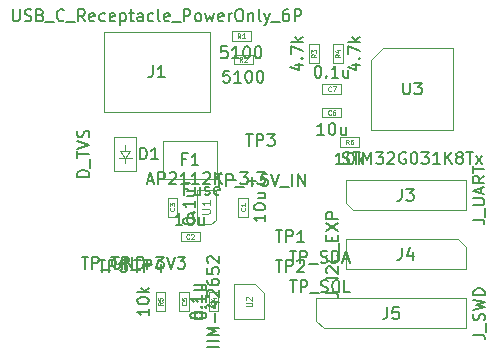
<source format=gbr>
%TF.GenerationSoftware,KiCad,Pcbnew,9.0.7*%
%TF.CreationDate,2026-02-19T23:57:08-05:00*%
%TF.ProjectId,usb_c_sensor_breakout,7573625f-635f-4736-956e-736f725f6272,rev?*%
%TF.SameCoordinates,Original*%
%TF.FileFunction,AssemblyDrawing,Top*%
%FSLAX46Y46*%
G04 Gerber Fmt 4.6, Leading zero omitted, Abs format (unit mm)*
G04 Created by KiCad (PCBNEW 9.0.7) date 2026-02-19 23:57:08*
%MOMM*%
%LPD*%
G01*
G04 APERTURE LIST*
%ADD10C,0.150000*%
%ADD11C,0.075000*%
%ADD12C,0.060000*%
%ADD13C,0.110000*%
%ADD14C,0.100000*%
G04 APERTURE END LIST*
D10*
X143534819Y-85261904D02*
X144249104Y-85261904D01*
X144249104Y-85261904D02*
X144391961Y-85309523D01*
X144391961Y-85309523D02*
X144487200Y-85404761D01*
X144487200Y-85404761D02*
X144534819Y-85547618D01*
X144534819Y-85547618D02*
X144534819Y-85642856D01*
X144630057Y-85023809D02*
X144630057Y-84261904D01*
X144534819Y-84023808D02*
X143534819Y-84023808D01*
X143630057Y-83595237D02*
X143582438Y-83547618D01*
X143582438Y-83547618D02*
X143534819Y-83452380D01*
X143534819Y-83452380D02*
X143534819Y-83214285D01*
X143534819Y-83214285D02*
X143582438Y-83119047D01*
X143582438Y-83119047D02*
X143630057Y-83071428D01*
X143630057Y-83071428D02*
X143725295Y-83023809D01*
X143725295Y-83023809D02*
X143820533Y-83023809D01*
X143820533Y-83023809D02*
X143963390Y-83071428D01*
X143963390Y-83071428D02*
X144534819Y-83642856D01*
X144534819Y-83642856D02*
X144534819Y-83023809D01*
X144439580Y-82023809D02*
X144487200Y-82071428D01*
X144487200Y-82071428D02*
X144534819Y-82214285D01*
X144534819Y-82214285D02*
X144534819Y-82309523D01*
X144534819Y-82309523D02*
X144487200Y-82452380D01*
X144487200Y-82452380D02*
X144391961Y-82547618D01*
X144391961Y-82547618D02*
X144296723Y-82595237D01*
X144296723Y-82595237D02*
X144106247Y-82642856D01*
X144106247Y-82642856D02*
X143963390Y-82642856D01*
X143963390Y-82642856D02*
X143772914Y-82595237D01*
X143772914Y-82595237D02*
X143677676Y-82547618D01*
X143677676Y-82547618D02*
X143582438Y-82452380D01*
X143582438Y-82452380D02*
X143534819Y-82309523D01*
X143534819Y-82309523D02*
X143534819Y-82214285D01*
X143534819Y-82214285D02*
X143582438Y-82071428D01*
X143582438Y-82071428D02*
X143630057Y-82023809D01*
X144630057Y-81833333D02*
X144630057Y-81071428D01*
X144011009Y-80833332D02*
X144011009Y-80499999D01*
X144534819Y-80357142D02*
X144534819Y-80833332D01*
X144534819Y-80833332D02*
X143534819Y-80833332D01*
X143534819Y-80833332D02*
X143534819Y-80357142D01*
X143534819Y-80023808D02*
X144534819Y-79357142D01*
X143534819Y-79357142D02*
X144534819Y-80023808D01*
X144534819Y-78976189D02*
X143534819Y-78976189D01*
X143534819Y-78976189D02*
X143534819Y-78595237D01*
X143534819Y-78595237D02*
X143582438Y-78499999D01*
X143582438Y-78499999D02*
X143630057Y-78452380D01*
X143630057Y-78452380D02*
X143725295Y-78404761D01*
X143725295Y-78404761D02*
X143868152Y-78404761D01*
X143868152Y-78404761D02*
X143963390Y-78452380D01*
X143963390Y-78452380D02*
X144011009Y-78499999D01*
X144011009Y-78499999D02*
X144058628Y-78595237D01*
X144058628Y-78595237D02*
X144058628Y-78976189D01*
X149936666Y-81454819D02*
X149936666Y-82169104D01*
X149936666Y-82169104D02*
X149889047Y-82311961D01*
X149889047Y-82311961D02*
X149793809Y-82407200D01*
X149793809Y-82407200D02*
X149650952Y-82454819D01*
X149650952Y-82454819D02*
X149555714Y-82454819D01*
X150841428Y-81788152D02*
X150841428Y-82454819D01*
X150603333Y-81407200D02*
X150365238Y-82121485D01*
X150365238Y-82121485D02*
X150984285Y-82121485D01*
X131857142Y-76431009D02*
X131523809Y-76431009D01*
X131523809Y-76954819D02*
X131523809Y-75954819D01*
X131523809Y-75954819D02*
X131999999Y-75954819D01*
X132809523Y-76288152D02*
X132809523Y-76954819D01*
X132380952Y-76288152D02*
X132380952Y-76811961D01*
X132380952Y-76811961D02*
X132428571Y-76907200D01*
X132428571Y-76907200D02*
X132523809Y-76954819D01*
X132523809Y-76954819D02*
X132666666Y-76954819D01*
X132666666Y-76954819D02*
X132761904Y-76907200D01*
X132761904Y-76907200D02*
X132809523Y-76859580D01*
X133238095Y-76907200D02*
X133333333Y-76954819D01*
X133333333Y-76954819D02*
X133523809Y-76954819D01*
X133523809Y-76954819D02*
X133619047Y-76907200D01*
X133619047Y-76907200D02*
X133666666Y-76811961D01*
X133666666Y-76811961D02*
X133666666Y-76764342D01*
X133666666Y-76764342D02*
X133619047Y-76669104D01*
X133619047Y-76669104D02*
X133523809Y-76621485D01*
X133523809Y-76621485D02*
X133380952Y-76621485D01*
X133380952Y-76621485D02*
X133285714Y-76573866D01*
X133285714Y-76573866D02*
X133238095Y-76478628D01*
X133238095Y-76478628D02*
X133238095Y-76431009D01*
X133238095Y-76431009D02*
X133285714Y-76335771D01*
X133285714Y-76335771D02*
X133380952Y-76288152D01*
X133380952Y-76288152D02*
X133523809Y-76288152D01*
X133523809Y-76288152D02*
X133619047Y-76335771D01*
X134476190Y-76907200D02*
X134380952Y-76954819D01*
X134380952Y-76954819D02*
X134190476Y-76954819D01*
X134190476Y-76954819D02*
X134095238Y-76907200D01*
X134095238Y-76907200D02*
X134047619Y-76811961D01*
X134047619Y-76811961D02*
X134047619Y-76431009D01*
X134047619Y-76431009D02*
X134095238Y-76335771D01*
X134095238Y-76335771D02*
X134190476Y-76288152D01*
X134190476Y-76288152D02*
X134380952Y-76288152D01*
X134380952Y-76288152D02*
X134476190Y-76335771D01*
X134476190Y-76335771D02*
X134523809Y-76431009D01*
X134523809Y-76431009D02*
X134523809Y-76526247D01*
X134523809Y-76526247D02*
X134047619Y-76621485D01*
X131666666Y-73931009D02*
X131333333Y-73931009D01*
X131333333Y-74454819D02*
X131333333Y-73454819D01*
X131333333Y-73454819D02*
X131809523Y-73454819D01*
X132714285Y-74454819D02*
X132142857Y-74454819D01*
X132428571Y-74454819D02*
X132428571Y-73454819D01*
X132428571Y-73454819D02*
X132333333Y-73597676D01*
X132333333Y-73597676D02*
X132238095Y-73692914D01*
X132238095Y-73692914D02*
X132142857Y-73740533D01*
X144919047Y-74287200D02*
X145061904Y-74334819D01*
X145061904Y-74334819D02*
X145299999Y-74334819D01*
X145299999Y-74334819D02*
X145395237Y-74287200D01*
X145395237Y-74287200D02*
X145442856Y-74239580D01*
X145442856Y-74239580D02*
X145490475Y-74144342D01*
X145490475Y-74144342D02*
X145490475Y-74049104D01*
X145490475Y-74049104D02*
X145442856Y-73953866D01*
X145442856Y-73953866D02*
X145395237Y-73906247D01*
X145395237Y-73906247D02*
X145299999Y-73858628D01*
X145299999Y-73858628D02*
X145109523Y-73811009D01*
X145109523Y-73811009D02*
X145014285Y-73763390D01*
X145014285Y-73763390D02*
X144966666Y-73715771D01*
X144966666Y-73715771D02*
X144919047Y-73620533D01*
X144919047Y-73620533D02*
X144919047Y-73525295D01*
X144919047Y-73525295D02*
X144966666Y-73430057D01*
X144966666Y-73430057D02*
X145014285Y-73382438D01*
X145014285Y-73382438D02*
X145109523Y-73334819D01*
X145109523Y-73334819D02*
X145347618Y-73334819D01*
X145347618Y-73334819D02*
X145490475Y-73382438D01*
X145776190Y-73334819D02*
X146347618Y-73334819D01*
X146061904Y-74334819D02*
X146061904Y-73334819D01*
X146680952Y-74334819D02*
X146680952Y-73334819D01*
X146680952Y-73334819D02*
X147014285Y-74049104D01*
X147014285Y-74049104D02*
X147347618Y-73334819D01*
X147347618Y-73334819D02*
X147347618Y-74334819D01*
X147728571Y-73334819D02*
X148347618Y-73334819D01*
X148347618Y-73334819D02*
X148014285Y-73715771D01*
X148014285Y-73715771D02*
X148157142Y-73715771D01*
X148157142Y-73715771D02*
X148252380Y-73763390D01*
X148252380Y-73763390D02*
X148299999Y-73811009D01*
X148299999Y-73811009D02*
X148347618Y-73906247D01*
X148347618Y-73906247D02*
X148347618Y-74144342D01*
X148347618Y-74144342D02*
X148299999Y-74239580D01*
X148299999Y-74239580D02*
X148252380Y-74287200D01*
X148252380Y-74287200D02*
X148157142Y-74334819D01*
X148157142Y-74334819D02*
X147871428Y-74334819D01*
X147871428Y-74334819D02*
X147776190Y-74287200D01*
X147776190Y-74287200D02*
X147728571Y-74239580D01*
X148728571Y-73430057D02*
X148776190Y-73382438D01*
X148776190Y-73382438D02*
X148871428Y-73334819D01*
X148871428Y-73334819D02*
X149109523Y-73334819D01*
X149109523Y-73334819D02*
X149204761Y-73382438D01*
X149204761Y-73382438D02*
X149252380Y-73430057D01*
X149252380Y-73430057D02*
X149299999Y-73525295D01*
X149299999Y-73525295D02*
X149299999Y-73620533D01*
X149299999Y-73620533D02*
X149252380Y-73763390D01*
X149252380Y-73763390D02*
X148680952Y-74334819D01*
X148680952Y-74334819D02*
X149299999Y-74334819D01*
X150252380Y-73382438D02*
X150157142Y-73334819D01*
X150157142Y-73334819D02*
X150014285Y-73334819D01*
X150014285Y-73334819D02*
X149871428Y-73382438D01*
X149871428Y-73382438D02*
X149776190Y-73477676D01*
X149776190Y-73477676D02*
X149728571Y-73572914D01*
X149728571Y-73572914D02*
X149680952Y-73763390D01*
X149680952Y-73763390D02*
X149680952Y-73906247D01*
X149680952Y-73906247D02*
X149728571Y-74096723D01*
X149728571Y-74096723D02*
X149776190Y-74191961D01*
X149776190Y-74191961D02*
X149871428Y-74287200D01*
X149871428Y-74287200D02*
X150014285Y-74334819D01*
X150014285Y-74334819D02*
X150109523Y-74334819D01*
X150109523Y-74334819D02*
X150252380Y-74287200D01*
X150252380Y-74287200D02*
X150299999Y-74239580D01*
X150299999Y-74239580D02*
X150299999Y-73906247D01*
X150299999Y-73906247D02*
X150109523Y-73906247D01*
X150919047Y-73334819D02*
X151014285Y-73334819D01*
X151014285Y-73334819D02*
X151109523Y-73382438D01*
X151109523Y-73382438D02*
X151157142Y-73430057D01*
X151157142Y-73430057D02*
X151204761Y-73525295D01*
X151204761Y-73525295D02*
X151252380Y-73715771D01*
X151252380Y-73715771D02*
X151252380Y-73953866D01*
X151252380Y-73953866D02*
X151204761Y-74144342D01*
X151204761Y-74144342D02*
X151157142Y-74239580D01*
X151157142Y-74239580D02*
X151109523Y-74287200D01*
X151109523Y-74287200D02*
X151014285Y-74334819D01*
X151014285Y-74334819D02*
X150919047Y-74334819D01*
X150919047Y-74334819D02*
X150823809Y-74287200D01*
X150823809Y-74287200D02*
X150776190Y-74239580D01*
X150776190Y-74239580D02*
X150728571Y-74144342D01*
X150728571Y-74144342D02*
X150680952Y-73953866D01*
X150680952Y-73953866D02*
X150680952Y-73715771D01*
X150680952Y-73715771D02*
X150728571Y-73525295D01*
X150728571Y-73525295D02*
X150776190Y-73430057D01*
X150776190Y-73430057D02*
X150823809Y-73382438D01*
X150823809Y-73382438D02*
X150919047Y-73334819D01*
X151585714Y-73334819D02*
X152204761Y-73334819D01*
X152204761Y-73334819D02*
X151871428Y-73715771D01*
X151871428Y-73715771D02*
X152014285Y-73715771D01*
X152014285Y-73715771D02*
X152109523Y-73763390D01*
X152109523Y-73763390D02*
X152157142Y-73811009D01*
X152157142Y-73811009D02*
X152204761Y-73906247D01*
X152204761Y-73906247D02*
X152204761Y-74144342D01*
X152204761Y-74144342D02*
X152157142Y-74239580D01*
X152157142Y-74239580D02*
X152109523Y-74287200D01*
X152109523Y-74287200D02*
X152014285Y-74334819D01*
X152014285Y-74334819D02*
X151728571Y-74334819D01*
X151728571Y-74334819D02*
X151633333Y-74287200D01*
X151633333Y-74287200D02*
X151585714Y-74239580D01*
X153157142Y-74334819D02*
X152585714Y-74334819D01*
X152871428Y-74334819D02*
X152871428Y-73334819D01*
X152871428Y-73334819D02*
X152776190Y-73477676D01*
X152776190Y-73477676D02*
X152680952Y-73572914D01*
X152680952Y-73572914D02*
X152585714Y-73620533D01*
X153585714Y-74334819D02*
X153585714Y-73334819D01*
X154157142Y-74334819D02*
X153728571Y-73763390D01*
X154157142Y-73334819D02*
X153585714Y-73906247D01*
X154728571Y-73763390D02*
X154633333Y-73715771D01*
X154633333Y-73715771D02*
X154585714Y-73668152D01*
X154585714Y-73668152D02*
X154538095Y-73572914D01*
X154538095Y-73572914D02*
X154538095Y-73525295D01*
X154538095Y-73525295D02*
X154585714Y-73430057D01*
X154585714Y-73430057D02*
X154633333Y-73382438D01*
X154633333Y-73382438D02*
X154728571Y-73334819D01*
X154728571Y-73334819D02*
X154919047Y-73334819D01*
X154919047Y-73334819D02*
X155014285Y-73382438D01*
X155014285Y-73382438D02*
X155061904Y-73430057D01*
X155061904Y-73430057D02*
X155109523Y-73525295D01*
X155109523Y-73525295D02*
X155109523Y-73572914D01*
X155109523Y-73572914D02*
X155061904Y-73668152D01*
X155061904Y-73668152D02*
X155014285Y-73715771D01*
X155014285Y-73715771D02*
X154919047Y-73763390D01*
X154919047Y-73763390D02*
X154728571Y-73763390D01*
X154728571Y-73763390D02*
X154633333Y-73811009D01*
X154633333Y-73811009D02*
X154585714Y-73858628D01*
X154585714Y-73858628D02*
X154538095Y-73953866D01*
X154538095Y-73953866D02*
X154538095Y-74144342D01*
X154538095Y-74144342D02*
X154585714Y-74239580D01*
X154585714Y-74239580D02*
X154633333Y-74287200D01*
X154633333Y-74287200D02*
X154728571Y-74334819D01*
X154728571Y-74334819D02*
X154919047Y-74334819D01*
X154919047Y-74334819D02*
X155014285Y-74287200D01*
X155014285Y-74287200D02*
X155061904Y-74239580D01*
X155061904Y-74239580D02*
X155109523Y-74144342D01*
X155109523Y-74144342D02*
X155109523Y-73953866D01*
X155109523Y-73953866D02*
X155061904Y-73858628D01*
X155061904Y-73858628D02*
X155014285Y-73811009D01*
X155014285Y-73811009D02*
X154919047Y-73763390D01*
X155395238Y-73334819D02*
X155966666Y-73334819D01*
X155680952Y-74334819D02*
X155680952Y-73334819D01*
X156204762Y-74334819D02*
X156728571Y-73668152D01*
X156204762Y-73668152D02*
X156728571Y-74334819D01*
X150038095Y-67454819D02*
X150038095Y-68264342D01*
X150038095Y-68264342D02*
X150085714Y-68359580D01*
X150085714Y-68359580D02*
X150133333Y-68407200D01*
X150133333Y-68407200D02*
X150228571Y-68454819D01*
X150228571Y-68454819D02*
X150419047Y-68454819D01*
X150419047Y-68454819D02*
X150514285Y-68407200D01*
X150514285Y-68407200D02*
X150561904Y-68359580D01*
X150561904Y-68359580D02*
X150609523Y-68264342D01*
X150609523Y-68264342D02*
X150609523Y-67454819D01*
X150990476Y-67454819D02*
X151609523Y-67454819D01*
X151609523Y-67454819D02*
X151276190Y-67835771D01*
X151276190Y-67835771D02*
X151419047Y-67835771D01*
X151419047Y-67835771D02*
X151514285Y-67883390D01*
X151514285Y-67883390D02*
X151561904Y-67931009D01*
X151561904Y-67931009D02*
X151609523Y-68026247D01*
X151609523Y-68026247D02*
X151609523Y-68264342D01*
X151609523Y-68264342D02*
X151561904Y-68359580D01*
X151561904Y-68359580D02*
X151514285Y-68407200D01*
X151514285Y-68407200D02*
X151419047Y-68454819D01*
X151419047Y-68454819D02*
X151133333Y-68454819D01*
X151133333Y-68454819D02*
X151038095Y-68407200D01*
X151038095Y-68407200D02*
X150990476Y-68359580D01*
X140428571Y-81704819D02*
X140999999Y-81704819D01*
X140714285Y-82704819D02*
X140714285Y-81704819D01*
X141333333Y-82704819D02*
X141333333Y-81704819D01*
X141333333Y-81704819D02*
X141714285Y-81704819D01*
X141714285Y-81704819D02*
X141809523Y-81752438D01*
X141809523Y-81752438D02*
X141857142Y-81800057D01*
X141857142Y-81800057D02*
X141904761Y-81895295D01*
X141904761Y-81895295D02*
X141904761Y-82038152D01*
X141904761Y-82038152D02*
X141857142Y-82133390D01*
X141857142Y-82133390D02*
X141809523Y-82181009D01*
X141809523Y-82181009D02*
X141714285Y-82228628D01*
X141714285Y-82228628D02*
X141333333Y-82228628D01*
X142095238Y-82800057D02*
X142857142Y-82800057D01*
X143047619Y-82657200D02*
X143190476Y-82704819D01*
X143190476Y-82704819D02*
X143428571Y-82704819D01*
X143428571Y-82704819D02*
X143523809Y-82657200D01*
X143523809Y-82657200D02*
X143571428Y-82609580D01*
X143571428Y-82609580D02*
X143619047Y-82514342D01*
X143619047Y-82514342D02*
X143619047Y-82419104D01*
X143619047Y-82419104D02*
X143571428Y-82323866D01*
X143571428Y-82323866D02*
X143523809Y-82276247D01*
X143523809Y-82276247D02*
X143428571Y-82228628D01*
X143428571Y-82228628D02*
X143238095Y-82181009D01*
X143238095Y-82181009D02*
X143142857Y-82133390D01*
X143142857Y-82133390D02*
X143095238Y-82085771D01*
X143095238Y-82085771D02*
X143047619Y-81990533D01*
X143047619Y-81990533D02*
X143047619Y-81895295D01*
X143047619Y-81895295D02*
X143095238Y-81800057D01*
X143095238Y-81800057D02*
X143142857Y-81752438D01*
X143142857Y-81752438D02*
X143238095Y-81704819D01*
X143238095Y-81704819D02*
X143476190Y-81704819D01*
X143476190Y-81704819D02*
X143619047Y-81752438D01*
X144047619Y-82704819D02*
X144047619Y-81704819D01*
X144047619Y-81704819D02*
X144285714Y-81704819D01*
X144285714Y-81704819D02*
X144428571Y-81752438D01*
X144428571Y-81752438D02*
X144523809Y-81847676D01*
X144523809Y-81847676D02*
X144571428Y-81942914D01*
X144571428Y-81942914D02*
X144619047Y-82133390D01*
X144619047Y-82133390D02*
X144619047Y-82276247D01*
X144619047Y-82276247D02*
X144571428Y-82466723D01*
X144571428Y-82466723D02*
X144523809Y-82561961D01*
X144523809Y-82561961D02*
X144428571Y-82657200D01*
X144428571Y-82657200D02*
X144285714Y-82704819D01*
X144285714Y-82704819D02*
X144047619Y-82704819D01*
X145000000Y-82419104D02*
X145476190Y-82419104D01*
X144904762Y-82704819D02*
X145238095Y-81704819D01*
X145238095Y-81704819D02*
X145571428Y-82704819D01*
X139238095Y-79952819D02*
X139809523Y-79952819D01*
X139523809Y-80952819D02*
X139523809Y-79952819D01*
X140142857Y-80952819D02*
X140142857Y-79952819D01*
X140142857Y-79952819D02*
X140523809Y-79952819D01*
X140523809Y-79952819D02*
X140619047Y-80000438D01*
X140619047Y-80000438D02*
X140666666Y-80048057D01*
X140666666Y-80048057D02*
X140714285Y-80143295D01*
X140714285Y-80143295D02*
X140714285Y-80286152D01*
X140714285Y-80286152D02*
X140666666Y-80381390D01*
X140666666Y-80381390D02*
X140619047Y-80429009D01*
X140619047Y-80429009D02*
X140523809Y-80476628D01*
X140523809Y-80476628D02*
X140142857Y-80476628D01*
X141666666Y-80952819D02*
X141095238Y-80952819D01*
X141380952Y-80952819D02*
X141380952Y-79952819D01*
X141380952Y-79952819D02*
X141285714Y-80095676D01*
X141285714Y-80095676D02*
X141190476Y-80190914D01*
X141190476Y-80190914D02*
X141095238Y-80238533D01*
X140452381Y-84204819D02*
X141023809Y-84204819D01*
X140738095Y-85204819D02*
X140738095Y-84204819D01*
X141357143Y-85204819D02*
X141357143Y-84204819D01*
X141357143Y-84204819D02*
X141738095Y-84204819D01*
X141738095Y-84204819D02*
X141833333Y-84252438D01*
X141833333Y-84252438D02*
X141880952Y-84300057D01*
X141880952Y-84300057D02*
X141928571Y-84395295D01*
X141928571Y-84395295D02*
X141928571Y-84538152D01*
X141928571Y-84538152D02*
X141880952Y-84633390D01*
X141880952Y-84633390D02*
X141833333Y-84681009D01*
X141833333Y-84681009D02*
X141738095Y-84728628D01*
X141738095Y-84728628D02*
X141357143Y-84728628D01*
X142119048Y-85300057D02*
X142880952Y-85300057D01*
X143071429Y-85157200D02*
X143214286Y-85204819D01*
X143214286Y-85204819D02*
X143452381Y-85204819D01*
X143452381Y-85204819D02*
X143547619Y-85157200D01*
X143547619Y-85157200D02*
X143595238Y-85109580D01*
X143595238Y-85109580D02*
X143642857Y-85014342D01*
X143642857Y-85014342D02*
X143642857Y-84919104D01*
X143642857Y-84919104D02*
X143595238Y-84823866D01*
X143595238Y-84823866D02*
X143547619Y-84776247D01*
X143547619Y-84776247D02*
X143452381Y-84728628D01*
X143452381Y-84728628D02*
X143261905Y-84681009D01*
X143261905Y-84681009D02*
X143166667Y-84633390D01*
X143166667Y-84633390D02*
X143119048Y-84585771D01*
X143119048Y-84585771D02*
X143071429Y-84490533D01*
X143071429Y-84490533D02*
X143071429Y-84395295D01*
X143071429Y-84395295D02*
X143119048Y-84300057D01*
X143119048Y-84300057D02*
X143166667Y-84252438D01*
X143166667Y-84252438D02*
X143261905Y-84204819D01*
X143261905Y-84204819D02*
X143500000Y-84204819D01*
X143500000Y-84204819D02*
X143642857Y-84252438D01*
X144642857Y-85109580D02*
X144595238Y-85157200D01*
X144595238Y-85157200D02*
X144452381Y-85204819D01*
X144452381Y-85204819D02*
X144357143Y-85204819D01*
X144357143Y-85204819D02*
X144214286Y-85157200D01*
X144214286Y-85157200D02*
X144119048Y-85061961D01*
X144119048Y-85061961D02*
X144071429Y-84966723D01*
X144071429Y-84966723D02*
X144023810Y-84776247D01*
X144023810Y-84776247D02*
X144023810Y-84633390D01*
X144023810Y-84633390D02*
X144071429Y-84442914D01*
X144071429Y-84442914D02*
X144119048Y-84347676D01*
X144119048Y-84347676D02*
X144214286Y-84252438D01*
X144214286Y-84252438D02*
X144357143Y-84204819D01*
X144357143Y-84204819D02*
X144452381Y-84204819D01*
X144452381Y-84204819D02*
X144595238Y-84252438D01*
X144595238Y-84252438D02*
X144642857Y-84300057D01*
X145547619Y-85204819D02*
X145071429Y-85204819D01*
X145071429Y-85204819D02*
X145071429Y-84204819D01*
X139238095Y-82454819D02*
X139809523Y-82454819D01*
X139523809Y-83454819D02*
X139523809Y-82454819D01*
X140142857Y-83454819D02*
X140142857Y-82454819D01*
X140142857Y-82454819D02*
X140523809Y-82454819D01*
X140523809Y-82454819D02*
X140619047Y-82502438D01*
X140619047Y-82502438D02*
X140666666Y-82550057D01*
X140666666Y-82550057D02*
X140714285Y-82645295D01*
X140714285Y-82645295D02*
X140714285Y-82788152D01*
X140714285Y-82788152D02*
X140666666Y-82883390D01*
X140666666Y-82883390D02*
X140619047Y-82931009D01*
X140619047Y-82931009D02*
X140523809Y-82978628D01*
X140523809Y-82978628D02*
X140142857Y-82978628D01*
X141095238Y-82550057D02*
X141142857Y-82502438D01*
X141142857Y-82502438D02*
X141238095Y-82454819D01*
X141238095Y-82454819D02*
X141476190Y-82454819D01*
X141476190Y-82454819D02*
X141571428Y-82502438D01*
X141571428Y-82502438D02*
X141619047Y-82550057D01*
X141619047Y-82550057D02*
X141666666Y-82645295D01*
X141666666Y-82645295D02*
X141666666Y-82740533D01*
X141666666Y-82740533D02*
X141619047Y-82883390D01*
X141619047Y-82883390D02*
X141047619Y-83454819D01*
X141047619Y-83454819D02*
X141666666Y-83454819D01*
X134454819Y-89809522D02*
X133454819Y-89809522D01*
X134454819Y-89333332D02*
X133454819Y-89333332D01*
X134454819Y-88857142D02*
X133454819Y-88857142D01*
X133454819Y-88857142D02*
X134169104Y-88523809D01*
X134169104Y-88523809D02*
X133454819Y-88190476D01*
X133454819Y-88190476D02*
X134454819Y-88190476D01*
X134073866Y-87714285D02*
X134073866Y-86952381D01*
X133788152Y-86047619D02*
X134454819Y-86047619D01*
X133407200Y-86285714D02*
X134121485Y-86523809D01*
X134121485Y-86523809D02*
X134121485Y-85904762D01*
X133550057Y-85571428D02*
X133502438Y-85523809D01*
X133502438Y-85523809D02*
X133454819Y-85428571D01*
X133454819Y-85428571D02*
X133454819Y-85190476D01*
X133454819Y-85190476D02*
X133502438Y-85095238D01*
X133502438Y-85095238D02*
X133550057Y-85047619D01*
X133550057Y-85047619D02*
X133645295Y-85000000D01*
X133645295Y-85000000D02*
X133740533Y-85000000D01*
X133740533Y-85000000D02*
X133883390Y-85047619D01*
X133883390Y-85047619D02*
X134454819Y-85619047D01*
X134454819Y-85619047D02*
X134454819Y-85000000D01*
X133454819Y-84142857D02*
X133454819Y-84333333D01*
X133454819Y-84333333D02*
X133502438Y-84428571D01*
X133502438Y-84428571D02*
X133550057Y-84476190D01*
X133550057Y-84476190D02*
X133692914Y-84571428D01*
X133692914Y-84571428D02*
X133883390Y-84619047D01*
X133883390Y-84619047D02*
X134264342Y-84619047D01*
X134264342Y-84619047D02*
X134359580Y-84571428D01*
X134359580Y-84571428D02*
X134407200Y-84523809D01*
X134407200Y-84523809D02*
X134454819Y-84428571D01*
X134454819Y-84428571D02*
X134454819Y-84238095D01*
X134454819Y-84238095D02*
X134407200Y-84142857D01*
X134407200Y-84142857D02*
X134359580Y-84095238D01*
X134359580Y-84095238D02*
X134264342Y-84047619D01*
X134264342Y-84047619D02*
X134026247Y-84047619D01*
X134026247Y-84047619D02*
X133931009Y-84095238D01*
X133931009Y-84095238D02*
X133883390Y-84142857D01*
X133883390Y-84142857D02*
X133835771Y-84238095D01*
X133835771Y-84238095D02*
X133835771Y-84428571D01*
X133835771Y-84428571D02*
X133883390Y-84523809D01*
X133883390Y-84523809D02*
X133931009Y-84571428D01*
X133931009Y-84571428D02*
X134026247Y-84619047D01*
X133454819Y-83142857D02*
X133454819Y-83619047D01*
X133454819Y-83619047D02*
X133931009Y-83666666D01*
X133931009Y-83666666D02*
X133883390Y-83619047D01*
X133883390Y-83619047D02*
X133835771Y-83523809D01*
X133835771Y-83523809D02*
X133835771Y-83285714D01*
X133835771Y-83285714D02*
X133883390Y-83190476D01*
X133883390Y-83190476D02*
X133931009Y-83142857D01*
X133931009Y-83142857D02*
X134026247Y-83095238D01*
X134026247Y-83095238D02*
X134264342Y-83095238D01*
X134264342Y-83095238D02*
X134359580Y-83142857D01*
X134359580Y-83142857D02*
X134407200Y-83190476D01*
X134407200Y-83190476D02*
X134454819Y-83285714D01*
X134454819Y-83285714D02*
X134454819Y-83523809D01*
X134454819Y-83523809D02*
X134407200Y-83619047D01*
X134407200Y-83619047D02*
X134359580Y-83666666D01*
X133550057Y-82714285D02*
X133502438Y-82666666D01*
X133502438Y-82666666D02*
X133454819Y-82571428D01*
X133454819Y-82571428D02*
X133454819Y-82333333D01*
X133454819Y-82333333D02*
X133502438Y-82238095D01*
X133502438Y-82238095D02*
X133550057Y-82190476D01*
X133550057Y-82190476D02*
X133645295Y-82142857D01*
X133645295Y-82142857D02*
X133740533Y-82142857D01*
X133740533Y-82142857D02*
X133883390Y-82190476D01*
X133883390Y-82190476D02*
X134454819Y-82761904D01*
X134454819Y-82761904D02*
X134454819Y-82142857D01*
D11*
X136727409Y-86380952D02*
X137132171Y-86380952D01*
X137132171Y-86380952D02*
X137179790Y-86357142D01*
X137179790Y-86357142D02*
X137203600Y-86333333D01*
X137203600Y-86333333D02*
X137227409Y-86285714D01*
X137227409Y-86285714D02*
X137227409Y-86190476D01*
X137227409Y-86190476D02*
X137203600Y-86142857D01*
X137203600Y-86142857D02*
X137179790Y-86119047D01*
X137179790Y-86119047D02*
X137132171Y-86095238D01*
X137132171Y-86095238D02*
X136727409Y-86095238D01*
X136775028Y-85880951D02*
X136751219Y-85857142D01*
X136751219Y-85857142D02*
X136727409Y-85809523D01*
X136727409Y-85809523D02*
X136727409Y-85690475D01*
X136727409Y-85690475D02*
X136751219Y-85642856D01*
X136751219Y-85642856D02*
X136775028Y-85619047D01*
X136775028Y-85619047D02*
X136822647Y-85595237D01*
X136822647Y-85595237D02*
X136870266Y-85595237D01*
X136870266Y-85595237D02*
X136941695Y-85619047D01*
X136941695Y-85619047D02*
X137227409Y-85904761D01*
X137227409Y-85904761D02*
X137227409Y-85595237D01*
D10*
X135309523Y-66454819D02*
X134833333Y-66454819D01*
X134833333Y-66454819D02*
X134785714Y-66931009D01*
X134785714Y-66931009D02*
X134833333Y-66883390D01*
X134833333Y-66883390D02*
X134928571Y-66835771D01*
X134928571Y-66835771D02*
X135166666Y-66835771D01*
X135166666Y-66835771D02*
X135261904Y-66883390D01*
X135261904Y-66883390D02*
X135309523Y-66931009D01*
X135309523Y-66931009D02*
X135357142Y-67026247D01*
X135357142Y-67026247D02*
X135357142Y-67264342D01*
X135357142Y-67264342D02*
X135309523Y-67359580D01*
X135309523Y-67359580D02*
X135261904Y-67407200D01*
X135261904Y-67407200D02*
X135166666Y-67454819D01*
X135166666Y-67454819D02*
X134928571Y-67454819D01*
X134928571Y-67454819D02*
X134833333Y-67407200D01*
X134833333Y-67407200D02*
X134785714Y-67359580D01*
X136309523Y-67454819D02*
X135738095Y-67454819D01*
X136023809Y-67454819D02*
X136023809Y-66454819D01*
X136023809Y-66454819D02*
X135928571Y-66597676D01*
X135928571Y-66597676D02*
X135833333Y-66692914D01*
X135833333Y-66692914D02*
X135738095Y-66740533D01*
X136928571Y-66454819D02*
X137023809Y-66454819D01*
X137023809Y-66454819D02*
X137119047Y-66502438D01*
X137119047Y-66502438D02*
X137166666Y-66550057D01*
X137166666Y-66550057D02*
X137214285Y-66645295D01*
X137214285Y-66645295D02*
X137261904Y-66835771D01*
X137261904Y-66835771D02*
X137261904Y-67073866D01*
X137261904Y-67073866D02*
X137214285Y-67264342D01*
X137214285Y-67264342D02*
X137166666Y-67359580D01*
X137166666Y-67359580D02*
X137119047Y-67407200D01*
X137119047Y-67407200D02*
X137023809Y-67454819D01*
X137023809Y-67454819D02*
X136928571Y-67454819D01*
X136928571Y-67454819D02*
X136833333Y-67407200D01*
X136833333Y-67407200D02*
X136785714Y-67359580D01*
X136785714Y-67359580D02*
X136738095Y-67264342D01*
X136738095Y-67264342D02*
X136690476Y-67073866D01*
X136690476Y-67073866D02*
X136690476Y-66835771D01*
X136690476Y-66835771D02*
X136738095Y-66645295D01*
X136738095Y-66645295D02*
X136785714Y-66550057D01*
X136785714Y-66550057D02*
X136833333Y-66502438D01*
X136833333Y-66502438D02*
X136928571Y-66454819D01*
X137880952Y-66454819D02*
X137976190Y-66454819D01*
X137976190Y-66454819D02*
X138071428Y-66502438D01*
X138071428Y-66502438D02*
X138119047Y-66550057D01*
X138119047Y-66550057D02*
X138166666Y-66645295D01*
X138166666Y-66645295D02*
X138214285Y-66835771D01*
X138214285Y-66835771D02*
X138214285Y-67073866D01*
X138214285Y-67073866D02*
X138166666Y-67264342D01*
X138166666Y-67264342D02*
X138119047Y-67359580D01*
X138119047Y-67359580D02*
X138071428Y-67407200D01*
X138071428Y-67407200D02*
X137976190Y-67454819D01*
X137976190Y-67454819D02*
X137880952Y-67454819D01*
X137880952Y-67454819D02*
X137785714Y-67407200D01*
X137785714Y-67407200D02*
X137738095Y-67359580D01*
X137738095Y-67359580D02*
X137690476Y-67264342D01*
X137690476Y-67264342D02*
X137642857Y-67073866D01*
X137642857Y-67073866D02*
X137642857Y-66835771D01*
X137642857Y-66835771D02*
X137690476Y-66645295D01*
X137690476Y-66645295D02*
X137738095Y-66550057D01*
X137738095Y-66550057D02*
X137785714Y-66502438D01*
X137785714Y-66502438D02*
X137880952Y-66454819D01*
D12*
X136433333Y-65681927D02*
X136300000Y-65491451D01*
X136204762Y-65681927D02*
X136204762Y-65281927D01*
X136204762Y-65281927D02*
X136357143Y-65281927D01*
X136357143Y-65281927D02*
X136395238Y-65300975D01*
X136395238Y-65300975D02*
X136414285Y-65320022D01*
X136414285Y-65320022D02*
X136433333Y-65358118D01*
X136433333Y-65358118D02*
X136433333Y-65415260D01*
X136433333Y-65415260D02*
X136414285Y-65453356D01*
X136414285Y-65453356D02*
X136395238Y-65472403D01*
X136395238Y-65472403D02*
X136357143Y-65491451D01*
X136357143Y-65491451D02*
X136204762Y-65491451D01*
X136585714Y-65320022D02*
X136604762Y-65300975D01*
X136604762Y-65300975D02*
X136642857Y-65281927D01*
X136642857Y-65281927D02*
X136738095Y-65281927D01*
X136738095Y-65281927D02*
X136776190Y-65300975D01*
X136776190Y-65300975D02*
X136795238Y-65320022D01*
X136795238Y-65320022D02*
X136814285Y-65358118D01*
X136814285Y-65358118D02*
X136814285Y-65396213D01*
X136814285Y-65396213D02*
X136795238Y-65453356D01*
X136795238Y-65453356D02*
X136566666Y-65681927D01*
X136566666Y-65681927D02*
X136814285Y-65681927D01*
D10*
X140858152Y-65928571D02*
X141524819Y-65928571D01*
X140477200Y-66166666D02*
X141191485Y-66404761D01*
X141191485Y-66404761D02*
X141191485Y-65785714D01*
X141429580Y-65404761D02*
X141477200Y-65357142D01*
X141477200Y-65357142D02*
X141524819Y-65404761D01*
X141524819Y-65404761D02*
X141477200Y-65452380D01*
X141477200Y-65452380D02*
X141429580Y-65404761D01*
X141429580Y-65404761D02*
X141524819Y-65404761D01*
X140524819Y-65023809D02*
X140524819Y-64357143D01*
X140524819Y-64357143D02*
X141524819Y-64785714D01*
X141524819Y-63976190D02*
X140524819Y-63976190D01*
X141143866Y-63880952D02*
X141524819Y-63595238D01*
X140858152Y-63595238D02*
X141239104Y-63976190D01*
D12*
X142681927Y-65066666D02*
X142491451Y-65199999D01*
X142681927Y-65295237D02*
X142281927Y-65295237D01*
X142281927Y-65295237D02*
X142281927Y-65142856D01*
X142281927Y-65142856D02*
X142300975Y-65104761D01*
X142300975Y-65104761D02*
X142320022Y-65085714D01*
X142320022Y-65085714D02*
X142358118Y-65066666D01*
X142358118Y-65066666D02*
X142415260Y-65066666D01*
X142415260Y-65066666D02*
X142453356Y-65085714D01*
X142453356Y-65085714D02*
X142472403Y-65104761D01*
X142472403Y-65104761D02*
X142491451Y-65142856D01*
X142491451Y-65142856D02*
X142491451Y-65295237D01*
X142281927Y-64933333D02*
X142281927Y-64685714D01*
X142281927Y-64685714D02*
X142434308Y-64819047D01*
X142434308Y-64819047D02*
X142434308Y-64761904D01*
X142434308Y-64761904D02*
X142453356Y-64723809D01*
X142453356Y-64723809D02*
X142472403Y-64704761D01*
X142472403Y-64704761D02*
X142510499Y-64685714D01*
X142510499Y-64685714D02*
X142605737Y-64685714D01*
X142605737Y-64685714D02*
X142643832Y-64704761D01*
X142643832Y-64704761D02*
X142662880Y-64723809D01*
X142662880Y-64723809D02*
X142681927Y-64761904D01*
X142681927Y-64761904D02*
X142681927Y-64876190D01*
X142681927Y-64876190D02*
X142662880Y-64914285D01*
X142662880Y-64914285D02*
X142643832Y-64933333D01*
D10*
X145718152Y-65928571D02*
X146384819Y-65928571D01*
X145337200Y-66166666D02*
X146051485Y-66404761D01*
X146051485Y-66404761D02*
X146051485Y-65785714D01*
X146289580Y-65404761D02*
X146337200Y-65357142D01*
X146337200Y-65357142D02*
X146384819Y-65404761D01*
X146384819Y-65404761D02*
X146337200Y-65452380D01*
X146337200Y-65452380D02*
X146289580Y-65404761D01*
X146289580Y-65404761D02*
X146384819Y-65404761D01*
X145384819Y-65023809D02*
X145384819Y-64357143D01*
X145384819Y-64357143D02*
X146384819Y-64785714D01*
X146384819Y-63976190D02*
X145384819Y-63976190D01*
X146003866Y-63880952D02*
X146384819Y-63595238D01*
X145718152Y-63595238D02*
X146099104Y-63976190D01*
D12*
X144681927Y-65066666D02*
X144491451Y-65199999D01*
X144681927Y-65295237D02*
X144281927Y-65295237D01*
X144281927Y-65295237D02*
X144281927Y-65142856D01*
X144281927Y-65142856D02*
X144300975Y-65104761D01*
X144300975Y-65104761D02*
X144320022Y-65085714D01*
X144320022Y-65085714D02*
X144358118Y-65066666D01*
X144358118Y-65066666D02*
X144415260Y-65066666D01*
X144415260Y-65066666D02*
X144453356Y-65085714D01*
X144453356Y-65085714D02*
X144472403Y-65104761D01*
X144472403Y-65104761D02*
X144491451Y-65142856D01*
X144491451Y-65142856D02*
X144491451Y-65295237D01*
X144415260Y-64723809D02*
X144681927Y-64723809D01*
X144262880Y-64819047D02*
X144548594Y-64914285D01*
X144548594Y-64914285D02*
X144548594Y-64666666D01*
D10*
X155914819Y-79071428D02*
X156629104Y-79071428D01*
X156629104Y-79071428D02*
X156771961Y-79119047D01*
X156771961Y-79119047D02*
X156867200Y-79214285D01*
X156867200Y-79214285D02*
X156914819Y-79357142D01*
X156914819Y-79357142D02*
X156914819Y-79452380D01*
X157010057Y-78833333D02*
X157010057Y-78071428D01*
X155914819Y-77833332D02*
X156724342Y-77833332D01*
X156724342Y-77833332D02*
X156819580Y-77785713D01*
X156819580Y-77785713D02*
X156867200Y-77738094D01*
X156867200Y-77738094D02*
X156914819Y-77642856D01*
X156914819Y-77642856D02*
X156914819Y-77452380D01*
X156914819Y-77452380D02*
X156867200Y-77357142D01*
X156867200Y-77357142D02*
X156819580Y-77309523D01*
X156819580Y-77309523D02*
X156724342Y-77261904D01*
X156724342Y-77261904D02*
X155914819Y-77261904D01*
X156629104Y-76833332D02*
X156629104Y-76357142D01*
X156914819Y-76928570D02*
X155914819Y-76595237D01*
X155914819Y-76595237D02*
X156914819Y-76261904D01*
X156914819Y-75357142D02*
X156438628Y-75690475D01*
X156914819Y-75928570D02*
X155914819Y-75928570D01*
X155914819Y-75928570D02*
X155914819Y-75547618D01*
X155914819Y-75547618D02*
X155962438Y-75452380D01*
X155962438Y-75452380D02*
X156010057Y-75404761D01*
X156010057Y-75404761D02*
X156105295Y-75357142D01*
X156105295Y-75357142D02*
X156248152Y-75357142D01*
X156248152Y-75357142D02*
X156343390Y-75404761D01*
X156343390Y-75404761D02*
X156391009Y-75452380D01*
X156391009Y-75452380D02*
X156438628Y-75547618D01*
X156438628Y-75547618D02*
X156438628Y-75928570D01*
X155914819Y-75071427D02*
X155914819Y-74499999D01*
X156914819Y-74785713D02*
X155914819Y-74785713D01*
X149936666Y-76454819D02*
X149936666Y-77169104D01*
X149936666Y-77169104D02*
X149889047Y-77311961D01*
X149889047Y-77311961D02*
X149793809Y-77407200D01*
X149793809Y-77407200D02*
X149650952Y-77454819D01*
X149650952Y-77454819D02*
X149555714Y-77454819D01*
X150317619Y-76454819D02*
X150936666Y-76454819D01*
X150936666Y-76454819D02*
X150603333Y-76835771D01*
X150603333Y-76835771D02*
X150746190Y-76835771D01*
X150746190Y-76835771D02*
X150841428Y-76883390D01*
X150841428Y-76883390D02*
X150889047Y-76931009D01*
X150889047Y-76931009D02*
X150936666Y-77026247D01*
X150936666Y-77026247D02*
X150936666Y-77264342D01*
X150936666Y-77264342D02*
X150889047Y-77359580D01*
X150889047Y-77359580D02*
X150841428Y-77407200D01*
X150841428Y-77407200D02*
X150746190Y-77454819D01*
X150746190Y-77454819D02*
X150460476Y-77454819D01*
X150460476Y-77454819D02*
X150365238Y-77407200D01*
X150365238Y-77407200D02*
X150317619Y-77359580D01*
X144904761Y-74384819D02*
X144333333Y-74384819D01*
X144619047Y-74384819D02*
X144619047Y-73384819D01*
X144619047Y-73384819D02*
X144523809Y-73527676D01*
X144523809Y-73527676D02*
X144428571Y-73622914D01*
X144428571Y-73622914D02*
X144333333Y-73670533D01*
X145523809Y-73384819D02*
X145619047Y-73384819D01*
X145619047Y-73384819D02*
X145714285Y-73432438D01*
X145714285Y-73432438D02*
X145761904Y-73480057D01*
X145761904Y-73480057D02*
X145809523Y-73575295D01*
X145809523Y-73575295D02*
X145857142Y-73765771D01*
X145857142Y-73765771D02*
X145857142Y-74003866D01*
X145857142Y-74003866D02*
X145809523Y-74194342D01*
X145809523Y-74194342D02*
X145761904Y-74289580D01*
X145761904Y-74289580D02*
X145714285Y-74337200D01*
X145714285Y-74337200D02*
X145619047Y-74384819D01*
X145619047Y-74384819D02*
X145523809Y-74384819D01*
X145523809Y-74384819D02*
X145428571Y-74337200D01*
X145428571Y-74337200D02*
X145380952Y-74289580D01*
X145380952Y-74289580D02*
X145333333Y-74194342D01*
X145333333Y-74194342D02*
X145285714Y-74003866D01*
X145285714Y-74003866D02*
X145285714Y-73765771D01*
X145285714Y-73765771D02*
X145333333Y-73575295D01*
X145333333Y-73575295D02*
X145380952Y-73480057D01*
X145380952Y-73480057D02*
X145428571Y-73432438D01*
X145428571Y-73432438D02*
X145523809Y-73384819D01*
X146285714Y-74384819D02*
X146285714Y-73384819D01*
X146380952Y-74003866D02*
X146666666Y-74384819D01*
X146666666Y-73718152D02*
X146285714Y-74099104D01*
D12*
X145433333Y-72681927D02*
X145300000Y-72491451D01*
X145204762Y-72681927D02*
X145204762Y-72281927D01*
X145204762Y-72281927D02*
X145357143Y-72281927D01*
X145357143Y-72281927D02*
X145395238Y-72300975D01*
X145395238Y-72300975D02*
X145414285Y-72320022D01*
X145414285Y-72320022D02*
X145433333Y-72358118D01*
X145433333Y-72358118D02*
X145433333Y-72415260D01*
X145433333Y-72415260D02*
X145414285Y-72453356D01*
X145414285Y-72453356D02*
X145395238Y-72472403D01*
X145395238Y-72472403D02*
X145357143Y-72491451D01*
X145357143Y-72491451D02*
X145204762Y-72491451D01*
X145776190Y-72281927D02*
X145700000Y-72281927D01*
X145700000Y-72281927D02*
X145661904Y-72300975D01*
X145661904Y-72300975D02*
X145642857Y-72320022D01*
X145642857Y-72320022D02*
X145604762Y-72377165D01*
X145604762Y-72377165D02*
X145585714Y-72453356D01*
X145585714Y-72453356D02*
X145585714Y-72605737D01*
X145585714Y-72605737D02*
X145604762Y-72643832D01*
X145604762Y-72643832D02*
X145623809Y-72662880D01*
X145623809Y-72662880D02*
X145661904Y-72681927D01*
X145661904Y-72681927D02*
X145738095Y-72681927D01*
X145738095Y-72681927D02*
X145776190Y-72662880D01*
X145776190Y-72662880D02*
X145795238Y-72643832D01*
X145795238Y-72643832D02*
X145814285Y-72605737D01*
X145814285Y-72605737D02*
X145814285Y-72510499D01*
X145814285Y-72510499D02*
X145795238Y-72472403D01*
X145795238Y-72472403D02*
X145776190Y-72453356D01*
X145776190Y-72453356D02*
X145738095Y-72434308D01*
X145738095Y-72434308D02*
X145661904Y-72434308D01*
X145661904Y-72434308D02*
X145623809Y-72453356D01*
X145623809Y-72453356D02*
X145604762Y-72472403D01*
X145604762Y-72472403D02*
X145585714Y-72510499D01*
D10*
X122809524Y-82204819D02*
X123380952Y-82204819D01*
X123095238Y-83204819D02*
X123095238Y-82204819D01*
X123714286Y-83204819D02*
X123714286Y-82204819D01*
X123714286Y-82204819D02*
X124095238Y-82204819D01*
X124095238Y-82204819D02*
X124190476Y-82252438D01*
X124190476Y-82252438D02*
X124238095Y-82300057D01*
X124238095Y-82300057D02*
X124285714Y-82395295D01*
X124285714Y-82395295D02*
X124285714Y-82538152D01*
X124285714Y-82538152D02*
X124238095Y-82633390D01*
X124238095Y-82633390D02*
X124190476Y-82681009D01*
X124190476Y-82681009D02*
X124095238Y-82728628D01*
X124095238Y-82728628D02*
X123714286Y-82728628D01*
X124476191Y-83300057D02*
X125238095Y-83300057D01*
X126000000Y-82252438D02*
X125904762Y-82204819D01*
X125904762Y-82204819D02*
X125761905Y-82204819D01*
X125761905Y-82204819D02*
X125619048Y-82252438D01*
X125619048Y-82252438D02*
X125523810Y-82347676D01*
X125523810Y-82347676D02*
X125476191Y-82442914D01*
X125476191Y-82442914D02*
X125428572Y-82633390D01*
X125428572Y-82633390D02*
X125428572Y-82776247D01*
X125428572Y-82776247D02*
X125476191Y-82966723D01*
X125476191Y-82966723D02*
X125523810Y-83061961D01*
X125523810Y-83061961D02*
X125619048Y-83157200D01*
X125619048Y-83157200D02*
X125761905Y-83204819D01*
X125761905Y-83204819D02*
X125857143Y-83204819D01*
X125857143Y-83204819D02*
X126000000Y-83157200D01*
X126000000Y-83157200D02*
X126047619Y-83109580D01*
X126047619Y-83109580D02*
X126047619Y-82776247D01*
X126047619Y-82776247D02*
X125857143Y-82776247D01*
X126476191Y-83204819D02*
X126476191Y-82204819D01*
X126476191Y-82204819D02*
X127047619Y-83204819D01*
X127047619Y-83204819D02*
X127047619Y-82204819D01*
X127523810Y-83204819D02*
X127523810Y-82204819D01*
X127523810Y-82204819D02*
X127761905Y-82204819D01*
X127761905Y-82204819D02*
X127904762Y-82252438D01*
X127904762Y-82252438D02*
X128000000Y-82347676D01*
X128000000Y-82347676D02*
X128047619Y-82442914D01*
X128047619Y-82442914D02*
X128095238Y-82633390D01*
X128095238Y-82633390D02*
X128095238Y-82776247D01*
X128095238Y-82776247D02*
X128047619Y-82966723D01*
X128047619Y-82966723D02*
X128000000Y-83061961D01*
X128000000Y-83061961D02*
X127904762Y-83157200D01*
X127904762Y-83157200D02*
X127761905Y-83204819D01*
X127761905Y-83204819D02*
X127523810Y-83204819D01*
X124238095Y-82454819D02*
X124809523Y-82454819D01*
X124523809Y-83454819D02*
X124523809Y-82454819D01*
X125142857Y-83454819D02*
X125142857Y-82454819D01*
X125142857Y-82454819D02*
X125523809Y-82454819D01*
X125523809Y-82454819D02*
X125619047Y-82502438D01*
X125619047Y-82502438D02*
X125666666Y-82550057D01*
X125666666Y-82550057D02*
X125714285Y-82645295D01*
X125714285Y-82645295D02*
X125714285Y-82788152D01*
X125714285Y-82788152D02*
X125666666Y-82883390D01*
X125666666Y-82883390D02*
X125619047Y-82931009D01*
X125619047Y-82931009D02*
X125523809Y-82978628D01*
X125523809Y-82978628D02*
X125142857Y-82978628D01*
X126619047Y-82454819D02*
X126142857Y-82454819D01*
X126142857Y-82454819D02*
X126095238Y-82931009D01*
X126095238Y-82931009D02*
X126142857Y-82883390D01*
X126142857Y-82883390D02*
X126238095Y-82835771D01*
X126238095Y-82835771D02*
X126476190Y-82835771D01*
X126476190Y-82835771D02*
X126571428Y-82883390D01*
X126571428Y-82883390D02*
X126619047Y-82931009D01*
X126619047Y-82931009D02*
X126666666Y-83026247D01*
X126666666Y-83026247D02*
X126666666Y-83264342D01*
X126666666Y-83264342D02*
X126619047Y-83359580D01*
X126619047Y-83359580D02*
X126571428Y-83407200D01*
X126571428Y-83407200D02*
X126476190Y-83454819D01*
X126476190Y-83454819D02*
X126238095Y-83454819D01*
X126238095Y-83454819D02*
X126142857Y-83407200D01*
X126142857Y-83407200D02*
X126095238Y-83359580D01*
X135134523Y-64384819D02*
X134658333Y-64384819D01*
X134658333Y-64384819D02*
X134610714Y-64861009D01*
X134610714Y-64861009D02*
X134658333Y-64813390D01*
X134658333Y-64813390D02*
X134753571Y-64765771D01*
X134753571Y-64765771D02*
X134991666Y-64765771D01*
X134991666Y-64765771D02*
X135086904Y-64813390D01*
X135086904Y-64813390D02*
X135134523Y-64861009D01*
X135134523Y-64861009D02*
X135182142Y-64956247D01*
X135182142Y-64956247D02*
X135182142Y-65194342D01*
X135182142Y-65194342D02*
X135134523Y-65289580D01*
X135134523Y-65289580D02*
X135086904Y-65337200D01*
X135086904Y-65337200D02*
X134991666Y-65384819D01*
X134991666Y-65384819D02*
X134753571Y-65384819D01*
X134753571Y-65384819D02*
X134658333Y-65337200D01*
X134658333Y-65337200D02*
X134610714Y-65289580D01*
X136134523Y-65384819D02*
X135563095Y-65384819D01*
X135848809Y-65384819D02*
X135848809Y-64384819D01*
X135848809Y-64384819D02*
X135753571Y-64527676D01*
X135753571Y-64527676D02*
X135658333Y-64622914D01*
X135658333Y-64622914D02*
X135563095Y-64670533D01*
X136753571Y-64384819D02*
X136848809Y-64384819D01*
X136848809Y-64384819D02*
X136944047Y-64432438D01*
X136944047Y-64432438D02*
X136991666Y-64480057D01*
X136991666Y-64480057D02*
X137039285Y-64575295D01*
X137039285Y-64575295D02*
X137086904Y-64765771D01*
X137086904Y-64765771D02*
X137086904Y-65003866D01*
X137086904Y-65003866D02*
X137039285Y-65194342D01*
X137039285Y-65194342D02*
X136991666Y-65289580D01*
X136991666Y-65289580D02*
X136944047Y-65337200D01*
X136944047Y-65337200D02*
X136848809Y-65384819D01*
X136848809Y-65384819D02*
X136753571Y-65384819D01*
X136753571Y-65384819D02*
X136658333Y-65337200D01*
X136658333Y-65337200D02*
X136610714Y-65289580D01*
X136610714Y-65289580D02*
X136563095Y-65194342D01*
X136563095Y-65194342D02*
X136515476Y-65003866D01*
X136515476Y-65003866D02*
X136515476Y-64765771D01*
X136515476Y-64765771D02*
X136563095Y-64575295D01*
X136563095Y-64575295D02*
X136610714Y-64480057D01*
X136610714Y-64480057D02*
X136658333Y-64432438D01*
X136658333Y-64432438D02*
X136753571Y-64384819D01*
X137705952Y-64384819D02*
X137801190Y-64384819D01*
X137801190Y-64384819D02*
X137896428Y-64432438D01*
X137896428Y-64432438D02*
X137944047Y-64480057D01*
X137944047Y-64480057D02*
X137991666Y-64575295D01*
X137991666Y-64575295D02*
X138039285Y-64765771D01*
X138039285Y-64765771D02*
X138039285Y-65003866D01*
X138039285Y-65003866D02*
X137991666Y-65194342D01*
X137991666Y-65194342D02*
X137944047Y-65289580D01*
X137944047Y-65289580D02*
X137896428Y-65337200D01*
X137896428Y-65337200D02*
X137801190Y-65384819D01*
X137801190Y-65384819D02*
X137705952Y-65384819D01*
X137705952Y-65384819D02*
X137610714Y-65337200D01*
X137610714Y-65337200D02*
X137563095Y-65289580D01*
X137563095Y-65289580D02*
X137515476Y-65194342D01*
X137515476Y-65194342D02*
X137467857Y-65003866D01*
X137467857Y-65003866D02*
X137467857Y-64765771D01*
X137467857Y-64765771D02*
X137515476Y-64575295D01*
X137515476Y-64575295D02*
X137563095Y-64480057D01*
X137563095Y-64480057D02*
X137610714Y-64432438D01*
X137610714Y-64432438D02*
X137705952Y-64384819D01*
D12*
X136258333Y-63681927D02*
X136125000Y-63491451D01*
X136029762Y-63681927D02*
X136029762Y-63281927D01*
X136029762Y-63281927D02*
X136182143Y-63281927D01*
X136182143Y-63281927D02*
X136220238Y-63300975D01*
X136220238Y-63300975D02*
X136239285Y-63320022D01*
X136239285Y-63320022D02*
X136258333Y-63358118D01*
X136258333Y-63358118D02*
X136258333Y-63415260D01*
X136258333Y-63415260D02*
X136239285Y-63453356D01*
X136239285Y-63453356D02*
X136220238Y-63472403D01*
X136220238Y-63472403D02*
X136182143Y-63491451D01*
X136182143Y-63491451D02*
X136029762Y-63491451D01*
X136639285Y-63681927D02*
X136410714Y-63681927D01*
X136525000Y-63681927D02*
X136525000Y-63281927D01*
X136525000Y-63281927D02*
X136486904Y-63339070D01*
X136486904Y-63339070D02*
X136448809Y-63377165D01*
X136448809Y-63377165D02*
X136410714Y-63396213D01*
D10*
X132384819Y-87214285D02*
X132384819Y-87119047D01*
X132384819Y-87119047D02*
X132432438Y-87023809D01*
X132432438Y-87023809D02*
X132480057Y-86976190D01*
X132480057Y-86976190D02*
X132575295Y-86928571D01*
X132575295Y-86928571D02*
X132765771Y-86880952D01*
X132765771Y-86880952D02*
X133003866Y-86880952D01*
X133003866Y-86880952D02*
X133194342Y-86928571D01*
X133194342Y-86928571D02*
X133289580Y-86976190D01*
X133289580Y-86976190D02*
X133337200Y-87023809D01*
X133337200Y-87023809D02*
X133384819Y-87119047D01*
X133384819Y-87119047D02*
X133384819Y-87214285D01*
X133384819Y-87214285D02*
X133337200Y-87309523D01*
X133337200Y-87309523D02*
X133289580Y-87357142D01*
X133289580Y-87357142D02*
X133194342Y-87404761D01*
X133194342Y-87404761D02*
X133003866Y-87452380D01*
X133003866Y-87452380D02*
X132765771Y-87452380D01*
X132765771Y-87452380D02*
X132575295Y-87404761D01*
X132575295Y-87404761D02*
X132480057Y-87357142D01*
X132480057Y-87357142D02*
X132432438Y-87309523D01*
X132432438Y-87309523D02*
X132384819Y-87214285D01*
X133289580Y-86452380D02*
X133337200Y-86404761D01*
X133337200Y-86404761D02*
X133384819Y-86452380D01*
X133384819Y-86452380D02*
X133337200Y-86499999D01*
X133337200Y-86499999D02*
X133289580Y-86452380D01*
X133289580Y-86452380D02*
X133384819Y-86452380D01*
X133384819Y-85452381D02*
X133384819Y-86023809D01*
X133384819Y-85738095D02*
X132384819Y-85738095D01*
X132384819Y-85738095D02*
X132527676Y-85833333D01*
X132527676Y-85833333D02*
X132622914Y-85928571D01*
X132622914Y-85928571D02*
X132670533Y-86023809D01*
X132718152Y-84595238D02*
X133384819Y-84595238D01*
X132718152Y-85023809D02*
X133241961Y-85023809D01*
X133241961Y-85023809D02*
X133337200Y-84976190D01*
X133337200Y-84976190D02*
X133384819Y-84880952D01*
X133384819Y-84880952D02*
X133384819Y-84738095D01*
X133384819Y-84738095D02*
X133337200Y-84642857D01*
X133337200Y-84642857D02*
X133289580Y-84595238D01*
D12*
X131643832Y-86066666D02*
X131662880Y-86085714D01*
X131662880Y-86085714D02*
X131681927Y-86142856D01*
X131681927Y-86142856D02*
X131681927Y-86180952D01*
X131681927Y-86180952D02*
X131662880Y-86238095D01*
X131662880Y-86238095D02*
X131624784Y-86276190D01*
X131624784Y-86276190D02*
X131586689Y-86295237D01*
X131586689Y-86295237D02*
X131510499Y-86314285D01*
X131510499Y-86314285D02*
X131453356Y-86314285D01*
X131453356Y-86314285D02*
X131377165Y-86295237D01*
X131377165Y-86295237D02*
X131339070Y-86276190D01*
X131339070Y-86276190D02*
X131300975Y-86238095D01*
X131300975Y-86238095D02*
X131281927Y-86180952D01*
X131281927Y-86180952D02*
X131281927Y-86142856D01*
X131281927Y-86142856D02*
X131300975Y-86085714D01*
X131300975Y-86085714D02*
X131320022Y-86066666D01*
X131281927Y-85704761D02*
X131281927Y-85895237D01*
X131281927Y-85895237D02*
X131472403Y-85914285D01*
X131472403Y-85914285D02*
X131453356Y-85895237D01*
X131453356Y-85895237D02*
X131434308Y-85857142D01*
X131434308Y-85857142D02*
X131434308Y-85761904D01*
X131434308Y-85761904D02*
X131453356Y-85723809D01*
X131453356Y-85723809D02*
X131472403Y-85704761D01*
X131472403Y-85704761D02*
X131510499Y-85685714D01*
X131510499Y-85685714D02*
X131605737Y-85685714D01*
X131605737Y-85685714D02*
X131643832Y-85704761D01*
X131643832Y-85704761D02*
X131662880Y-85723809D01*
X131662880Y-85723809D02*
X131681927Y-85761904D01*
X131681927Y-85761904D02*
X131681927Y-85857142D01*
X131681927Y-85857142D02*
X131662880Y-85895237D01*
X131662880Y-85895237D02*
X131643832Y-85914285D01*
D10*
X131357142Y-79524819D02*
X130785714Y-79524819D01*
X131071428Y-79524819D02*
X131071428Y-78524819D01*
X131071428Y-78524819D02*
X130976190Y-78667676D01*
X130976190Y-78667676D02*
X130880952Y-78762914D01*
X130880952Y-78762914D02*
X130785714Y-78810533D01*
X131976190Y-78524819D02*
X132071428Y-78524819D01*
X132071428Y-78524819D02*
X132166666Y-78572438D01*
X132166666Y-78572438D02*
X132214285Y-78620057D01*
X132214285Y-78620057D02*
X132261904Y-78715295D01*
X132261904Y-78715295D02*
X132309523Y-78905771D01*
X132309523Y-78905771D02*
X132309523Y-79143866D01*
X132309523Y-79143866D02*
X132261904Y-79334342D01*
X132261904Y-79334342D02*
X132214285Y-79429580D01*
X132214285Y-79429580D02*
X132166666Y-79477200D01*
X132166666Y-79477200D02*
X132071428Y-79524819D01*
X132071428Y-79524819D02*
X131976190Y-79524819D01*
X131976190Y-79524819D02*
X131880952Y-79477200D01*
X131880952Y-79477200D02*
X131833333Y-79429580D01*
X131833333Y-79429580D02*
X131785714Y-79334342D01*
X131785714Y-79334342D02*
X131738095Y-79143866D01*
X131738095Y-79143866D02*
X131738095Y-78905771D01*
X131738095Y-78905771D02*
X131785714Y-78715295D01*
X131785714Y-78715295D02*
X131833333Y-78620057D01*
X131833333Y-78620057D02*
X131880952Y-78572438D01*
X131880952Y-78572438D02*
X131976190Y-78524819D01*
X133166666Y-78858152D02*
X133166666Y-79524819D01*
X132738095Y-78858152D02*
X132738095Y-79381961D01*
X132738095Y-79381961D02*
X132785714Y-79477200D01*
X132785714Y-79477200D02*
X132880952Y-79524819D01*
X132880952Y-79524819D02*
X133023809Y-79524819D01*
X133023809Y-79524819D02*
X133119047Y-79477200D01*
X133119047Y-79477200D02*
X133166666Y-79429580D01*
D12*
X131933333Y-80643832D02*
X131914285Y-80662880D01*
X131914285Y-80662880D02*
X131857143Y-80681927D01*
X131857143Y-80681927D02*
X131819047Y-80681927D01*
X131819047Y-80681927D02*
X131761904Y-80662880D01*
X131761904Y-80662880D02*
X131723809Y-80624784D01*
X131723809Y-80624784D02*
X131704762Y-80586689D01*
X131704762Y-80586689D02*
X131685714Y-80510499D01*
X131685714Y-80510499D02*
X131685714Y-80453356D01*
X131685714Y-80453356D02*
X131704762Y-80377165D01*
X131704762Y-80377165D02*
X131723809Y-80339070D01*
X131723809Y-80339070D02*
X131761904Y-80300975D01*
X131761904Y-80300975D02*
X131819047Y-80281927D01*
X131819047Y-80281927D02*
X131857143Y-80281927D01*
X131857143Y-80281927D02*
X131914285Y-80300975D01*
X131914285Y-80300975D02*
X131933333Y-80320022D01*
X132085714Y-80320022D02*
X132104762Y-80300975D01*
X132104762Y-80300975D02*
X132142857Y-80281927D01*
X132142857Y-80281927D02*
X132238095Y-80281927D01*
X132238095Y-80281927D02*
X132276190Y-80300975D01*
X132276190Y-80300975D02*
X132295238Y-80320022D01*
X132295238Y-80320022D02*
X132314285Y-80358118D01*
X132314285Y-80358118D02*
X132314285Y-80396213D01*
X132314285Y-80396213D02*
X132295238Y-80453356D01*
X132295238Y-80453356D02*
X132066666Y-80681927D01*
X132066666Y-80681927D02*
X132314285Y-80681927D01*
D10*
X132024819Y-87214285D02*
X132024819Y-87119047D01*
X132024819Y-87119047D02*
X132072438Y-87023809D01*
X132072438Y-87023809D02*
X132120057Y-86976190D01*
X132120057Y-86976190D02*
X132215295Y-86928571D01*
X132215295Y-86928571D02*
X132405771Y-86880952D01*
X132405771Y-86880952D02*
X132643866Y-86880952D01*
X132643866Y-86880952D02*
X132834342Y-86928571D01*
X132834342Y-86928571D02*
X132929580Y-86976190D01*
X132929580Y-86976190D02*
X132977200Y-87023809D01*
X132977200Y-87023809D02*
X133024819Y-87119047D01*
X133024819Y-87119047D02*
X133024819Y-87214285D01*
X133024819Y-87214285D02*
X132977200Y-87309523D01*
X132977200Y-87309523D02*
X132929580Y-87357142D01*
X132929580Y-87357142D02*
X132834342Y-87404761D01*
X132834342Y-87404761D02*
X132643866Y-87452380D01*
X132643866Y-87452380D02*
X132405771Y-87452380D01*
X132405771Y-87452380D02*
X132215295Y-87404761D01*
X132215295Y-87404761D02*
X132120057Y-87357142D01*
X132120057Y-87357142D02*
X132072438Y-87309523D01*
X132072438Y-87309523D02*
X132024819Y-87214285D01*
X132929580Y-86452380D02*
X132977200Y-86404761D01*
X132977200Y-86404761D02*
X133024819Y-86452380D01*
X133024819Y-86452380D02*
X132977200Y-86499999D01*
X132977200Y-86499999D02*
X132929580Y-86452380D01*
X132929580Y-86452380D02*
X133024819Y-86452380D01*
X133024819Y-85452381D02*
X133024819Y-86023809D01*
X133024819Y-85738095D02*
X132024819Y-85738095D01*
X132024819Y-85738095D02*
X132167676Y-85833333D01*
X132167676Y-85833333D02*
X132262914Y-85928571D01*
X132262914Y-85928571D02*
X132310533Y-86023809D01*
X132358152Y-84595238D02*
X133024819Y-84595238D01*
X132358152Y-85023809D02*
X132881961Y-85023809D01*
X132881961Y-85023809D02*
X132977200Y-84976190D01*
X132977200Y-84976190D02*
X133024819Y-84880952D01*
X133024819Y-84880952D02*
X133024819Y-84738095D01*
X133024819Y-84738095D02*
X132977200Y-84642857D01*
X132977200Y-84642857D02*
X132929580Y-84595238D01*
D12*
X134143832Y-86066666D02*
X134162880Y-86085714D01*
X134162880Y-86085714D02*
X134181927Y-86142856D01*
X134181927Y-86142856D02*
X134181927Y-86180952D01*
X134181927Y-86180952D02*
X134162880Y-86238095D01*
X134162880Y-86238095D02*
X134124784Y-86276190D01*
X134124784Y-86276190D02*
X134086689Y-86295237D01*
X134086689Y-86295237D02*
X134010499Y-86314285D01*
X134010499Y-86314285D02*
X133953356Y-86314285D01*
X133953356Y-86314285D02*
X133877165Y-86295237D01*
X133877165Y-86295237D02*
X133839070Y-86276190D01*
X133839070Y-86276190D02*
X133800975Y-86238095D01*
X133800975Y-86238095D02*
X133781927Y-86180952D01*
X133781927Y-86180952D02*
X133781927Y-86142856D01*
X133781927Y-86142856D02*
X133800975Y-86085714D01*
X133800975Y-86085714D02*
X133820022Y-86066666D01*
X133915260Y-85723809D02*
X134181927Y-85723809D01*
X133762880Y-85819047D02*
X134048594Y-85914285D01*
X134048594Y-85914285D02*
X134048594Y-85666666D01*
D10*
X128410119Y-75769104D02*
X128886309Y-75769104D01*
X128314881Y-76054819D02*
X128648214Y-75054819D01*
X128648214Y-75054819D02*
X128981547Y-76054819D01*
X129314881Y-76054819D02*
X129314881Y-75054819D01*
X129314881Y-75054819D02*
X129695833Y-75054819D01*
X129695833Y-75054819D02*
X129791071Y-75102438D01*
X129791071Y-75102438D02*
X129838690Y-75150057D01*
X129838690Y-75150057D02*
X129886309Y-75245295D01*
X129886309Y-75245295D02*
X129886309Y-75388152D01*
X129886309Y-75388152D02*
X129838690Y-75483390D01*
X129838690Y-75483390D02*
X129791071Y-75531009D01*
X129791071Y-75531009D02*
X129695833Y-75578628D01*
X129695833Y-75578628D02*
X129314881Y-75578628D01*
X130267262Y-75150057D02*
X130314881Y-75102438D01*
X130314881Y-75102438D02*
X130410119Y-75054819D01*
X130410119Y-75054819D02*
X130648214Y-75054819D01*
X130648214Y-75054819D02*
X130743452Y-75102438D01*
X130743452Y-75102438D02*
X130791071Y-75150057D01*
X130791071Y-75150057D02*
X130838690Y-75245295D01*
X130838690Y-75245295D02*
X130838690Y-75340533D01*
X130838690Y-75340533D02*
X130791071Y-75483390D01*
X130791071Y-75483390D02*
X130219643Y-76054819D01*
X130219643Y-76054819D02*
X130838690Y-76054819D01*
X131791071Y-76054819D02*
X131219643Y-76054819D01*
X131505357Y-76054819D02*
X131505357Y-75054819D01*
X131505357Y-75054819D02*
X131410119Y-75197676D01*
X131410119Y-75197676D02*
X131314881Y-75292914D01*
X131314881Y-75292914D02*
X131219643Y-75340533D01*
X132743452Y-76054819D02*
X132172024Y-76054819D01*
X132457738Y-76054819D02*
X132457738Y-75054819D01*
X132457738Y-75054819D02*
X132362500Y-75197676D01*
X132362500Y-75197676D02*
X132267262Y-75292914D01*
X132267262Y-75292914D02*
X132172024Y-75340533D01*
X133124405Y-75150057D02*
X133172024Y-75102438D01*
X133172024Y-75102438D02*
X133267262Y-75054819D01*
X133267262Y-75054819D02*
X133505357Y-75054819D01*
X133505357Y-75054819D02*
X133600595Y-75102438D01*
X133600595Y-75102438D02*
X133648214Y-75150057D01*
X133648214Y-75150057D02*
X133695833Y-75245295D01*
X133695833Y-75245295D02*
X133695833Y-75340533D01*
X133695833Y-75340533D02*
X133648214Y-75483390D01*
X133648214Y-75483390D02*
X133076786Y-76054819D01*
X133076786Y-76054819D02*
X133695833Y-76054819D01*
X134124405Y-76054819D02*
X134124405Y-75054819D01*
X134695833Y-76054819D02*
X134267262Y-75483390D01*
X134695833Y-75054819D02*
X134124405Y-75626247D01*
X135124405Y-75673866D02*
X135886310Y-75673866D01*
X136267262Y-75054819D02*
X136886309Y-75054819D01*
X136886309Y-75054819D02*
X136552976Y-75435771D01*
X136552976Y-75435771D02*
X136695833Y-75435771D01*
X136695833Y-75435771D02*
X136791071Y-75483390D01*
X136791071Y-75483390D02*
X136838690Y-75531009D01*
X136838690Y-75531009D02*
X136886309Y-75626247D01*
X136886309Y-75626247D02*
X136886309Y-75864342D01*
X136886309Y-75864342D02*
X136838690Y-75959580D01*
X136838690Y-75959580D02*
X136791071Y-76007200D01*
X136791071Y-76007200D02*
X136695833Y-76054819D01*
X136695833Y-76054819D02*
X136410119Y-76054819D01*
X136410119Y-76054819D02*
X136314881Y-76007200D01*
X136314881Y-76007200D02*
X136267262Y-75959580D01*
X137314881Y-75959580D02*
X137362500Y-76007200D01*
X137362500Y-76007200D02*
X137314881Y-76054819D01*
X137314881Y-76054819D02*
X137267262Y-76007200D01*
X137267262Y-76007200D02*
X137314881Y-75959580D01*
X137314881Y-75959580D02*
X137314881Y-76054819D01*
X137695833Y-75054819D02*
X138314880Y-75054819D01*
X138314880Y-75054819D02*
X137981547Y-75435771D01*
X137981547Y-75435771D02*
X138124404Y-75435771D01*
X138124404Y-75435771D02*
X138219642Y-75483390D01*
X138219642Y-75483390D02*
X138267261Y-75531009D01*
X138267261Y-75531009D02*
X138314880Y-75626247D01*
X138314880Y-75626247D02*
X138314880Y-75864342D01*
X138314880Y-75864342D02*
X138267261Y-75959580D01*
X138267261Y-75959580D02*
X138219642Y-76007200D01*
X138219642Y-76007200D02*
X138124404Y-76054819D01*
X138124404Y-76054819D02*
X137838690Y-76054819D01*
X137838690Y-76054819D02*
X137743452Y-76007200D01*
X137743452Y-76007200D02*
X137695833Y-75959580D01*
D13*
X132969865Y-78548571D02*
X133552722Y-78548571D01*
X133552722Y-78548571D02*
X133621294Y-78514285D01*
X133621294Y-78514285D02*
X133655580Y-78480000D01*
X133655580Y-78480000D02*
X133689865Y-78411428D01*
X133689865Y-78411428D02*
X133689865Y-78274285D01*
X133689865Y-78274285D02*
X133655580Y-78205714D01*
X133655580Y-78205714D02*
X133621294Y-78171428D01*
X133621294Y-78171428D02*
X133552722Y-78137142D01*
X133552722Y-78137142D02*
X132969865Y-78137142D01*
X133689865Y-77417142D02*
X133689865Y-77828571D01*
X133689865Y-77622856D02*
X132969865Y-77622856D01*
X132969865Y-77622856D02*
X133072722Y-77691428D01*
X133072722Y-77691428D02*
X133141294Y-77759999D01*
X133141294Y-77759999D02*
X133175580Y-77828571D01*
D10*
X128524819Y-86595238D02*
X128524819Y-87166666D01*
X128524819Y-86880952D02*
X127524819Y-86880952D01*
X127524819Y-86880952D02*
X127667676Y-86976190D01*
X127667676Y-86976190D02*
X127762914Y-87071428D01*
X127762914Y-87071428D02*
X127810533Y-87166666D01*
X127524819Y-85976190D02*
X127524819Y-85880952D01*
X127524819Y-85880952D02*
X127572438Y-85785714D01*
X127572438Y-85785714D02*
X127620057Y-85738095D01*
X127620057Y-85738095D02*
X127715295Y-85690476D01*
X127715295Y-85690476D02*
X127905771Y-85642857D01*
X127905771Y-85642857D02*
X128143866Y-85642857D01*
X128143866Y-85642857D02*
X128334342Y-85690476D01*
X128334342Y-85690476D02*
X128429580Y-85738095D01*
X128429580Y-85738095D02*
X128477200Y-85785714D01*
X128477200Y-85785714D02*
X128524819Y-85880952D01*
X128524819Y-85880952D02*
X128524819Y-85976190D01*
X128524819Y-85976190D02*
X128477200Y-86071428D01*
X128477200Y-86071428D02*
X128429580Y-86119047D01*
X128429580Y-86119047D02*
X128334342Y-86166666D01*
X128334342Y-86166666D02*
X128143866Y-86214285D01*
X128143866Y-86214285D02*
X127905771Y-86214285D01*
X127905771Y-86214285D02*
X127715295Y-86166666D01*
X127715295Y-86166666D02*
X127620057Y-86119047D01*
X127620057Y-86119047D02*
X127572438Y-86071428D01*
X127572438Y-86071428D02*
X127524819Y-85976190D01*
X128524819Y-85214285D02*
X127524819Y-85214285D01*
X128143866Y-85119047D02*
X128524819Y-84833333D01*
X127858152Y-84833333D02*
X128239104Y-85214285D01*
D12*
X129681927Y-86066666D02*
X129491451Y-86199999D01*
X129681927Y-86295237D02*
X129281927Y-86295237D01*
X129281927Y-86295237D02*
X129281927Y-86142856D01*
X129281927Y-86142856D02*
X129300975Y-86104761D01*
X129300975Y-86104761D02*
X129320022Y-86085714D01*
X129320022Y-86085714D02*
X129358118Y-86066666D01*
X129358118Y-86066666D02*
X129415260Y-86066666D01*
X129415260Y-86066666D02*
X129453356Y-86085714D01*
X129453356Y-86085714D02*
X129472403Y-86104761D01*
X129472403Y-86104761D02*
X129491451Y-86142856D01*
X129491451Y-86142856D02*
X129491451Y-86295237D01*
X129281927Y-85704761D02*
X129281927Y-85895237D01*
X129281927Y-85895237D02*
X129472403Y-85914285D01*
X129472403Y-85914285D02*
X129453356Y-85895237D01*
X129453356Y-85895237D02*
X129434308Y-85857142D01*
X129434308Y-85857142D02*
X129434308Y-85761904D01*
X129434308Y-85761904D02*
X129453356Y-85723809D01*
X129453356Y-85723809D02*
X129472403Y-85704761D01*
X129472403Y-85704761D02*
X129510499Y-85685714D01*
X129510499Y-85685714D02*
X129605737Y-85685714D01*
X129605737Y-85685714D02*
X129643832Y-85704761D01*
X129643832Y-85704761D02*
X129662880Y-85723809D01*
X129662880Y-85723809D02*
X129681927Y-85761904D01*
X129681927Y-85761904D02*
X129681927Y-85857142D01*
X129681927Y-85857142D02*
X129662880Y-85895237D01*
X129662880Y-85895237D02*
X129643832Y-85914285D01*
D10*
X123454819Y-75428571D02*
X122454819Y-75428571D01*
X122454819Y-75428571D02*
X122454819Y-75190476D01*
X122454819Y-75190476D02*
X122502438Y-75047619D01*
X122502438Y-75047619D02*
X122597676Y-74952381D01*
X122597676Y-74952381D02*
X122692914Y-74904762D01*
X122692914Y-74904762D02*
X122883390Y-74857143D01*
X122883390Y-74857143D02*
X123026247Y-74857143D01*
X123026247Y-74857143D02*
X123216723Y-74904762D01*
X123216723Y-74904762D02*
X123311961Y-74952381D01*
X123311961Y-74952381D02*
X123407200Y-75047619D01*
X123407200Y-75047619D02*
X123454819Y-75190476D01*
X123454819Y-75190476D02*
X123454819Y-75428571D01*
X123550057Y-74666667D02*
X123550057Y-73904762D01*
X122454819Y-73809523D02*
X122454819Y-73238095D01*
X123454819Y-73523809D02*
X122454819Y-73523809D01*
X122454819Y-73047618D02*
X123454819Y-72714285D01*
X123454819Y-72714285D02*
X122454819Y-72380952D01*
X123407200Y-72095237D02*
X123454819Y-71952380D01*
X123454819Y-71952380D02*
X123454819Y-71714285D01*
X123454819Y-71714285D02*
X123407200Y-71619047D01*
X123407200Y-71619047D02*
X123359580Y-71571428D01*
X123359580Y-71571428D02*
X123264342Y-71523809D01*
X123264342Y-71523809D02*
X123169104Y-71523809D01*
X123169104Y-71523809D02*
X123073866Y-71571428D01*
X123073866Y-71571428D02*
X123026247Y-71619047D01*
X123026247Y-71619047D02*
X122978628Y-71714285D01*
X122978628Y-71714285D02*
X122931009Y-71904761D01*
X122931009Y-71904761D02*
X122883390Y-71999999D01*
X122883390Y-71999999D02*
X122835771Y-72047618D01*
X122835771Y-72047618D02*
X122740533Y-72095237D01*
X122740533Y-72095237D02*
X122645295Y-72095237D01*
X122645295Y-72095237D02*
X122550057Y-72047618D01*
X122550057Y-72047618D02*
X122502438Y-71999999D01*
X122502438Y-71999999D02*
X122454819Y-71904761D01*
X122454819Y-71904761D02*
X122454819Y-71666666D01*
X122454819Y-71666666D02*
X122502438Y-71523809D01*
X127761905Y-73954819D02*
X127761905Y-72954819D01*
X127761905Y-72954819D02*
X128000000Y-72954819D01*
X128000000Y-72954819D02*
X128142857Y-73002438D01*
X128142857Y-73002438D02*
X128238095Y-73097676D01*
X128238095Y-73097676D02*
X128285714Y-73192914D01*
X128285714Y-73192914D02*
X128333333Y-73383390D01*
X128333333Y-73383390D02*
X128333333Y-73526247D01*
X128333333Y-73526247D02*
X128285714Y-73716723D01*
X128285714Y-73716723D02*
X128238095Y-73811961D01*
X128238095Y-73811961D02*
X128142857Y-73907200D01*
X128142857Y-73907200D02*
X128000000Y-73954819D01*
X128000000Y-73954819D02*
X127761905Y-73954819D01*
X129285714Y-73954819D02*
X128714286Y-73954819D01*
X129000000Y-73954819D02*
X129000000Y-72954819D01*
X129000000Y-72954819D02*
X128904762Y-73097676D01*
X128904762Y-73097676D02*
X128809524Y-73192914D01*
X128809524Y-73192914D02*
X128714286Y-73240533D01*
X138384819Y-78642857D02*
X138384819Y-79214285D01*
X138384819Y-78928571D02*
X137384819Y-78928571D01*
X137384819Y-78928571D02*
X137527676Y-79023809D01*
X137527676Y-79023809D02*
X137622914Y-79119047D01*
X137622914Y-79119047D02*
X137670533Y-79214285D01*
X137384819Y-78023809D02*
X137384819Y-77928571D01*
X137384819Y-77928571D02*
X137432438Y-77833333D01*
X137432438Y-77833333D02*
X137480057Y-77785714D01*
X137480057Y-77785714D02*
X137575295Y-77738095D01*
X137575295Y-77738095D02*
X137765771Y-77690476D01*
X137765771Y-77690476D02*
X138003866Y-77690476D01*
X138003866Y-77690476D02*
X138194342Y-77738095D01*
X138194342Y-77738095D02*
X138289580Y-77785714D01*
X138289580Y-77785714D02*
X138337200Y-77833333D01*
X138337200Y-77833333D02*
X138384819Y-77928571D01*
X138384819Y-77928571D02*
X138384819Y-78023809D01*
X138384819Y-78023809D02*
X138337200Y-78119047D01*
X138337200Y-78119047D02*
X138289580Y-78166666D01*
X138289580Y-78166666D02*
X138194342Y-78214285D01*
X138194342Y-78214285D02*
X138003866Y-78261904D01*
X138003866Y-78261904D02*
X137765771Y-78261904D01*
X137765771Y-78261904D02*
X137575295Y-78214285D01*
X137575295Y-78214285D02*
X137480057Y-78166666D01*
X137480057Y-78166666D02*
X137432438Y-78119047D01*
X137432438Y-78119047D02*
X137384819Y-78023809D01*
X137718152Y-76833333D02*
X138384819Y-76833333D01*
X137718152Y-77261904D02*
X138241961Y-77261904D01*
X138241961Y-77261904D02*
X138337200Y-77214285D01*
X138337200Y-77214285D02*
X138384819Y-77119047D01*
X138384819Y-77119047D02*
X138384819Y-76976190D01*
X138384819Y-76976190D02*
X138337200Y-76880952D01*
X138337200Y-76880952D02*
X138289580Y-76833333D01*
D12*
X136643832Y-78066666D02*
X136662880Y-78085714D01*
X136662880Y-78085714D02*
X136681927Y-78142856D01*
X136681927Y-78142856D02*
X136681927Y-78180952D01*
X136681927Y-78180952D02*
X136662880Y-78238095D01*
X136662880Y-78238095D02*
X136624784Y-78276190D01*
X136624784Y-78276190D02*
X136586689Y-78295237D01*
X136586689Y-78295237D02*
X136510499Y-78314285D01*
X136510499Y-78314285D02*
X136453356Y-78314285D01*
X136453356Y-78314285D02*
X136377165Y-78295237D01*
X136377165Y-78295237D02*
X136339070Y-78276190D01*
X136339070Y-78276190D02*
X136300975Y-78238095D01*
X136300975Y-78238095D02*
X136281927Y-78180952D01*
X136281927Y-78180952D02*
X136281927Y-78142856D01*
X136281927Y-78142856D02*
X136300975Y-78085714D01*
X136300975Y-78085714D02*
X136320022Y-78066666D01*
X136681927Y-77685714D02*
X136681927Y-77914285D01*
X136681927Y-77799999D02*
X136281927Y-77799999D01*
X136281927Y-77799999D02*
X136339070Y-77838095D01*
X136339070Y-77838095D02*
X136377165Y-77876190D01*
X136377165Y-77876190D02*
X136396213Y-77914285D01*
D10*
X155954819Y-88785714D02*
X156669104Y-88785714D01*
X156669104Y-88785714D02*
X156811961Y-88833333D01*
X156811961Y-88833333D02*
X156907200Y-88928571D01*
X156907200Y-88928571D02*
X156954819Y-89071428D01*
X156954819Y-89071428D02*
X156954819Y-89166666D01*
X157050057Y-88547619D02*
X157050057Y-87785714D01*
X156907200Y-87595237D02*
X156954819Y-87452380D01*
X156954819Y-87452380D02*
X156954819Y-87214285D01*
X156954819Y-87214285D02*
X156907200Y-87119047D01*
X156907200Y-87119047D02*
X156859580Y-87071428D01*
X156859580Y-87071428D02*
X156764342Y-87023809D01*
X156764342Y-87023809D02*
X156669104Y-87023809D01*
X156669104Y-87023809D02*
X156573866Y-87071428D01*
X156573866Y-87071428D02*
X156526247Y-87119047D01*
X156526247Y-87119047D02*
X156478628Y-87214285D01*
X156478628Y-87214285D02*
X156431009Y-87404761D01*
X156431009Y-87404761D02*
X156383390Y-87499999D01*
X156383390Y-87499999D02*
X156335771Y-87547618D01*
X156335771Y-87547618D02*
X156240533Y-87595237D01*
X156240533Y-87595237D02*
X156145295Y-87595237D01*
X156145295Y-87595237D02*
X156050057Y-87547618D01*
X156050057Y-87547618D02*
X156002438Y-87499999D01*
X156002438Y-87499999D02*
X155954819Y-87404761D01*
X155954819Y-87404761D02*
X155954819Y-87166666D01*
X155954819Y-87166666D02*
X156002438Y-87023809D01*
X155954819Y-86690475D02*
X156954819Y-86452380D01*
X156954819Y-86452380D02*
X156240533Y-86261904D01*
X156240533Y-86261904D02*
X156954819Y-86071428D01*
X156954819Y-86071428D02*
X155954819Y-85833333D01*
X156954819Y-85452380D02*
X155954819Y-85452380D01*
X155954819Y-85452380D02*
X155954819Y-85214285D01*
X155954819Y-85214285D02*
X156002438Y-85071428D01*
X156002438Y-85071428D02*
X156097676Y-84976190D01*
X156097676Y-84976190D02*
X156192914Y-84928571D01*
X156192914Y-84928571D02*
X156383390Y-84880952D01*
X156383390Y-84880952D02*
X156526247Y-84880952D01*
X156526247Y-84880952D02*
X156716723Y-84928571D01*
X156716723Y-84928571D02*
X156811961Y-84976190D01*
X156811961Y-84976190D02*
X156907200Y-85071428D01*
X156907200Y-85071428D02*
X156954819Y-85214285D01*
X156954819Y-85214285D02*
X156954819Y-85452380D01*
X148706666Y-86454819D02*
X148706666Y-87169104D01*
X148706666Y-87169104D02*
X148659047Y-87311961D01*
X148659047Y-87311961D02*
X148563809Y-87407200D01*
X148563809Y-87407200D02*
X148420952Y-87454819D01*
X148420952Y-87454819D02*
X148325714Y-87454819D01*
X149659047Y-86454819D02*
X149182857Y-86454819D01*
X149182857Y-86454819D02*
X149135238Y-86931009D01*
X149135238Y-86931009D02*
X149182857Y-86883390D01*
X149182857Y-86883390D02*
X149278095Y-86835771D01*
X149278095Y-86835771D02*
X149516190Y-86835771D01*
X149516190Y-86835771D02*
X149611428Y-86883390D01*
X149611428Y-86883390D02*
X149659047Y-86931009D01*
X149659047Y-86931009D02*
X149706666Y-87026247D01*
X149706666Y-87026247D02*
X149706666Y-87264342D01*
X149706666Y-87264342D02*
X149659047Y-87359580D01*
X149659047Y-87359580D02*
X149611428Y-87407200D01*
X149611428Y-87407200D02*
X149516190Y-87454819D01*
X149516190Y-87454819D02*
X149278095Y-87454819D01*
X149278095Y-87454819D02*
X149182857Y-87407200D01*
X149182857Y-87407200D02*
X149135238Y-87359580D01*
X143357142Y-71884819D02*
X142785714Y-71884819D01*
X143071428Y-71884819D02*
X143071428Y-70884819D01*
X143071428Y-70884819D02*
X142976190Y-71027676D01*
X142976190Y-71027676D02*
X142880952Y-71122914D01*
X142880952Y-71122914D02*
X142785714Y-71170533D01*
X143976190Y-70884819D02*
X144071428Y-70884819D01*
X144071428Y-70884819D02*
X144166666Y-70932438D01*
X144166666Y-70932438D02*
X144214285Y-70980057D01*
X144214285Y-70980057D02*
X144261904Y-71075295D01*
X144261904Y-71075295D02*
X144309523Y-71265771D01*
X144309523Y-71265771D02*
X144309523Y-71503866D01*
X144309523Y-71503866D02*
X144261904Y-71694342D01*
X144261904Y-71694342D02*
X144214285Y-71789580D01*
X144214285Y-71789580D02*
X144166666Y-71837200D01*
X144166666Y-71837200D02*
X144071428Y-71884819D01*
X144071428Y-71884819D02*
X143976190Y-71884819D01*
X143976190Y-71884819D02*
X143880952Y-71837200D01*
X143880952Y-71837200D02*
X143833333Y-71789580D01*
X143833333Y-71789580D02*
X143785714Y-71694342D01*
X143785714Y-71694342D02*
X143738095Y-71503866D01*
X143738095Y-71503866D02*
X143738095Y-71265771D01*
X143738095Y-71265771D02*
X143785714Y-71075295D01*
X143785714Y-71075295D02*
X143833333Y-70980057D01*
X143833333Y-70980057D02*
X143880952Y-70932438D01*
X143880952Y-70932438D02*
X143976190Y-70884819D01*
X145166666Y-71218152D02*
X145166666Y-71884819D01*
X144738095Y-71218152D02*
X144738095Y-71741961D01*
X144738095Y-71741961D02*
X144785714Y-71837200D01*
X144785714Y-71837200D02*
X144880952Y-71884819D01*
X144880952Y-71884819D02*
X145023809Y-71884819D01*
X145023809Y-71884819D02*
X145119047Y-71837200D01*
X145119047Y-71837200D02*
X145166666Y-71789580D01*
D12*
X143933333Y-70143832D02*
X143914285Y-70162880D01*
X143914285Y-70162880D02*
X143857143Y-70181927D01*
X143857143Y-70181927D02*
X143819047Y-70181927D01*
X143819047Y-70181927D02*
X143761904Y-70162880D01*
X143761904Y-70162880D02*
X143723809Y-70124784D01*
X143723809Y-70124784D02*
X143704762Y-70086689D01*
X143704762Y-70086689D02*
X143685714Y-70010499D01*
X143685714Y-70010499D02*
X143685714Y-69953356D01*
X143685714Y-69953356D02*
X143704762Y-69877165D01*
X143704762Y-69877165D02*
X143723809Y-69839070D01*
X143723809Y-69839070D02*
X143761904Y-69800975D01*
X143761904Y-69800975D02*
X143819047Y-69781927D01*
X143819047Y-69781927D02*
X143857143Y-69781927D01*
X143857143Y-69781927D02*
X143914285Y-69800975D01*
X143914285Y-69800975D02*
X143933333Y-69820022D01*
X144276190Y-69781927D02*
X144200000Y-69781927D01*
X144200000Y-69781927D02*
X144161904Y-69800975D01*
X144161904Y-69800975D02*
X144142857Y-69820022D01*
X144142857Y-69820022D02*
X144104762Y-69877165D01*
X144104762Y-69877165D02*
X144085714Y-69953356D01*
X144085714Y-69953356D02*
X144085714Y-70105737D01*
X144085714Y-70105737D02*
X144104762Y-70143832D01*
X144104762Y-70143832D02*
X144123809Y-70162880D01*
X144123809Y-70162880D02*
X144161904Y-70181927D01*
X144161904Y-70181927D02*
X144238095Y-70181927D01*
X144238095Y-70181927D02*
X144276190Y-70162880D01*
X144276190Y-70162880D02*
X144295238Y-70143832D01*
X144295238Y-70143832D02*
X144314285Y-70105737D01*
X144314285Y-70105737D02*
X144314285Y-70010499D01*
X144314285Y-70010499D02*
X144295238Y-69972403D01*
X144295238Y-69972403D02*
X144276190Y-69953356D01*
X144276190Y-69953356D02*
X144238095Y-69934308D01*
X144238095Y-69934308D02*
X144161904Y-69934308D01*
X144161904Y-69934308D02*
X144123809Y-69953356D01*
X144123809Y-69953356D02*
X144104762Y-69972403D01*
X144104762Y-69972403D02*
X144085714Y-70010499D01*
D10*
X131384819Y-79214285D02*
X131384819Y-79119047D01*
X131384819Y-79119047D02*
X131432438Y-79023809D01*
X131432438Y-79023809D02*
X131480057Y-78976190D01*
X131480057Y-78976190D02*
X131575295Y-78928571D01*
X131575295Y-78928571D02*
X131765771Y-78880952D01*
X131765771Y-78880952D02*
X132003866Y-78880952D01*
X132003866Y-78880952D02*
X132194342Y-78928571D01*
X132194342Y-78928571D02*
X132289580Y-78976190D01*
X132289580Y-78976190D02*
X132337200Y-79023809D01*
X132337200Y-79023809D02*
X132384819Y-79119047D01*
X132384819Y-79119047D02*
X132384819Y-79214285D01*
X132384819Y-79214285D02*
X132337200Y-79309523D01*
X132337200Y-79309523D02*
X132289580Y-79357142D01*
X132289580Y-79357142D02*
X132194342Y-79404761D01*
X132194342Y-79404761D02*
X132003866Y-79452380D01*
X132003866Y-79452380D02*
X131765771Y-79452380D01*
X131765771Y-79452380D02*
X131575295Y-79404761D01*
X131575295Y-79404761D02*
X131480057Y-79357142D01*
X131480057Y-79357142D02*
X131432438Y-79309523D01*
X131432438Y-79309523D02*
X131384819Y-79214285D01*
X132289580Y-78452380D02*
X132337200Y-78404761D01*
X132337200Y-78404761D02*
X132384819Y-78452380D01*
X132384819Y-78452380D02*
X132337200Y-78499999D01*
X132337200Y-78499999D02*
X132289580Y-78452380D01*
X132289580Y-78452380D02*
X132384819Y-78452380D01*
X132384819Y-77452381D02*
X132384819Y-78023809D01*
X132384819Y-77738095D02*
X131384819Y-77738095D01*
X131384819Y-77738095D02*
X131527676Y-77833333D01*
X131527676Y-77833333D02*
X131622914Y-77928571D01*
X131622914Y-77928571D02*
X131670533Y-78023809D01*
X131718152Y-76595238D02*
X132384819Y-76595238D01*
X131718152Y-77023809D02*
X132241961Y-77023809D01*
X132241961Y-77023809D02*
X132337200Y-76976190D01*
X132337200Y-76976190D02*
X132384819Y-76880952D01*
X132384819Y-76880952D02*
X132384819Y-76738095D01*
X132384819Y-76738095D02*
X132337200Y-76642857D01*
X132337200Y-76642857D02*
X132289580Y-76595238D01*
D12*
X130643832Y-78066666D02*
X130662880Y-78085714D01*
X130662880Y-78085714D02*
X130681927Y-78142856D01*
X130681927Y-78142856D02*
X130681927Y-78180952D01*
X130681927Y-78180952D02*
X130662880Y-78238095D01*
X130662880Y-78238095D02*
X130624784Y-78276190D01*
X130624784Y-78276190D02*
X130586689Y-78295237D01*
X130586689Y-78295237D02*
X130510499Y-78314285D01*
X130510499Y-78314285D02*
X130453356Y-78314285D01*
X130453356Y-78314285D02*
X130377165Y-78295237D01*
X130377165Y-78295237D02*
X130339070Y-78276190D01*
X130339070Y-78276190D02*
X130300975Y-78238095D01*
X130300975Y-78238095D02*
X130281927Y-78180952D01*
X130281927Y-78180952D02*
X130281927Y-78142856D01*
X130281927Y-78142856D02*
X130300975Y-78085714D01*
X130300975Y-78085714D02*
X130320022Y-78066666D01*
X130281927Y-77933333D02*
X130281927Y-77685714D01*
X130281927Y-77685714D02*
X130434308Y-77819047D01*
X130434308Y-77819047D02*
X130434308Y-77761904D01*
X130434308Y-77761904D02*
X130453356Y-77723809D01*
X130453356Y-77723809D02*
X130472403Y-77704761D01*
X130472403Y-77704761D02*
X130510499Y-77685714D01*
X130510499Y-77685714D02*
X130605737Y-77685714D01*
X130605737Y-77685714D02*
X130643832Y-77704761D01*
X130643832Y-77704761D02*
X130662880Y-77723809D01*
X130662880Y-77723809D02*
X130681927Y-77761904D01*
X130681927Y-77761904D02*
X130681927Y-77876190D01*
X130681927Y-77876190D02*
X130662880Y-77914285D01*
X130662880Y-77914285D02*
X130643832Y-77933333D01*
D10*
X134166667Y-75204819D02*
X134738095Y-75204819D01*
X134452381Y-76204819D02*
X134452381Y-75204819D01*
X135071429Y-76204819D02*
X135071429Y-75204819D01*
X135071429Y-75204819D02*
X135452381Y-75204819D01*
X135452381Y-75204819D02*
X135547619Y-75252438D01*
X135547619Y-75252438D02*
X135595238Y-75300057D01*
X135595238Y-75300057D02*
X135642857Y-75395295D01*
X135642857Y-75395295D02*
X135642857Y-75538152D01*
X135642857Y-75538152D02*
X135595238Y-75633390D01*
X135595238Y-75633390D02*
X135547619Y-75681009D01*
X135547619Y-75681009D02*
X135452381Y-75728628D01*
X135452381Y-75728628D02*
X135071429Y-75728628D01*
X135833334Y-76300057D02*
X136595238Y-76300057D01*
X136833334Y-75823866D02*
X137595239Y-75823866D01*
X137214286Y-76204819D02*
X137214286Y-75442914D01*
X138547619Y-75204819D02*
X138071429Y-75204819D01*
X138071429Y-75204819D02*
X138023810Y-75681009D01*
X138023810Y-75681009D02*
X138071429Y-75633390D01*
X138071429Y-75633390D02*
X138166667Y-75585771D01*
X138166667Y-75585771D02*
X138404762Y-75585771D01*
X138404762Y-75585771D02*
X138500000Y-75633390D01*
X138500000Y-75633390D02*
X138547619Y-75681009D01*
X138547619Y-75681009D02*
X138595238Y-75776247D01*
X138595238Y-75776247D02*
X138595238Y-76014342D01*
X138595238Y-76014342D02*
X138547619Y-76109580D01*
X138547619Y-76109580D02*
X138500000Y-76157200D01*
X138500000Y-76157200D02*
X138404762Y-76204819D01*
X138404762Y-76204819D02*
X138166667Y-76204819D01*
X138166667Y-76204819D02*
X138071429Y-76157200D01*
X138071429Y-76157200D02*
X138023810Y-76109580D01*
X138880953Y-75204819D02*
X139214286Y-76204819D01*
X139214286Y-76204819D02*
X139547619Y-75204819D01*
X139642858Y-76300057D02*
X140404762Y-76300057D01*
X140642858Y-76204819D02*
X140642858Y-75204819D01*
X141119048Y-76204819D02*
X141119048Y-75204819D01*
X141119048Y-75204819D02*
X141690476Y-76204819D01*
X141690476Y-76204819D02*
X141690476Y-75204819D01*
X136738095Y-71804819D02*
X137309523Y-71804819D01*
X137023809Y-72804819D02*
X137023809Y-71804819D01*
X137642857Y-72804819D02*
X137642857Y-71804819D01*
X137642857Y-71804819D02*
X138023809Y-71804819D01*
X138023809Y-71804819D02*
X138119047Y-71852438D01*
X138119047Y-71852438D02*
X138166666Y-71900057D01*
X138166666Y-71900057D02*
X138214285Y-71995295D01*
X138214285Y-71995295D02*
X138214285Y-72138152D01*
X138214285Y-72138152D02*
X138166666Y-72233390D01*
X138166666Y-72233390D02*
X138119047Y-72281009D01*
X138119047Y-72281009D02*
X138023809Y-72328628D01*
X138023809Y-72328628D02*
X137642857Y-72328628D01*
X138547619Y-71804819D02*
X139166666Y-71804819D01*
X139166666Y-71804819D02*
X138833333Y-72185771D01*
X138833333Y-72185771D02*
X138976190Y-72185771D01*
X138976190Y-72185771D02*
X139071428Y-72233390D01*
X139071428Y-72233390D02*
X139119047Y-72281009D01*
X139119047Y-72281009D02*
X139166666Y-72376247D01*
X139166666Y-72376247D02*
X139166666Y-72614342D01*
X139166666Y-72614342D02*
X139119047Y-72709580D01*
X139119047Y-72709580D02*
X139071428Y-72757200D01*
X139071428Y-72757200D02*
X138976190Y-72804819D01*
X138976190Y-72804819D02*
X138690476Y-72804819D01*
X138690476Y-72804819D02*
X138595238Y-72757200D01*
X138595238Y-72757200D02*
X138547619Y-72709580D01*
X125333333Y-82204819D02*
X125904761Y-82204819D01*
X125619047Y-83204819D02*
X125619047Y-82204819D01*
X126238095Y-83204819D02*
X126238095Y-82204819D01*
X126238095Y-82204819D02*
X126619047Y-82204819D01*
X126619047Y-82204819D02*
X126714285Y-82252438D01*
X126714285Y-82252438D02*
X126761904Y-82300057D01*
X126761904Y-82300057D02*
X126809523Y-82395295D01*
X126809523Y-82395295D02*
X126809523Y-82538152D01*
X126809523Y-82538152D02*
X126761904Y-82633390D01*
X126761904Y-82633390D02*
X126714285Y-82681009D01*
X126714285Y-82681009D02*
X126619047Y-82728628D01*
X126619047Y-82728628D02*
X126238095Y-82728628D01*
X127000000Y-83300057D02*
X127761904Y-83300057D01*
X128000000Y-82823866D02*
X128761905Y-82823866D01*
X128380952Y-83204819D02*
X128380952Y-82442914D01*
X129142857Y-82204819D02*
X129761904Y-82204819D01*
X129761904Y-82204819D02*
X129428571Y-82585771D01*
X129428571Y-82585771D02*
X129571428Y-82585771D01*
X129571428Y-82585771D02*
X129666666Y-82633390D01*
X129666666Y-82633390D02*
X129714285Y-82681009D01*
X129714285Y-82681009D02*
X129761904Y-82776247D01*
X129761904Y-82776247D02*
X129761904Y-83014342D01*
X129761904Y-83014342D02*
X129714285Y-83109580D01*
X129714285Y-83109580D02*
X129666666Y-83157200D01*
X129666666Y-83157200D02*
X129571428Y-83204819D01*
X129571428Y-83204819D02*
X129285714Y-83204819D01*
X129285714Y-83204819D02*
X129190476Y-83157200D01*
X129190476Y-83157200D02*
X129142857Y-83109580D01*
X130047619Y-82204819D02*
X130380952Y-83204819D01*
X130380952Y-83204819D02*
X130714285Y-82204819D01*
X130952381Y-82204819D02*
X131571428Y-82204819D01*
X131571428Y-82204819D02*
X131238095Y-82585771D01*
X131238095Y-82585771D02*
X131380952Y-82585771D01*
X131380952Y-82585771D02*
X131476190Y-82633390D01*
X131476190Y-82633390D02*
X131523809Y-82681009D01*
X131523809Y-82681009D02*
X131571428Y-82776247D01*
X131571428Y-82776247D02*
X131571428Y-83014342D01*
X131571428Y-83014342D02*
X131523809Y-83109580D01*
X131523809Y-83109580D02*
X131476190Y-83157200D01*
X131476190Y-83157200D02*
X131380952Y-83204819D01*
X131380952Y-83204819D02*
X131095238Y-83204819D01*
X131095238Y-83204819D02*
X131000000Y-83157200D01*
X131000000Y-83157200D02*
X130952381Y-83109580D01*
X127238095Y-82454819D02*
X127809523Y-82454819D01*
X127523809Y-83454819D02*
X127523809Y-82454819D01*
X128142857Y-83454819D02*
X128142857Y-82454819D01*
X128142857Y-82454819D02*
X128523809Y-82454819D01*
X128523809Y-82454819D02*
X128619047Y-82502438D01*
X128619047Y-82502438D02*
X128666666Y-82550057D01*
X128666666Y-82550057D02*
X128714285Y-82645295D01*
X128714285Y-82645295D02*
X128714285Y-82788152D01*
X128714285Y-82788152D02*
X128666666Y-82883390D01*
X128666666Y-82883390D02*
X128619047Y-82931009D01*
X128619047Y-82931009D02*
X128523809Y-82978628D01*
X128523809Y-82978628D02*
X128142857Y-82978628D01*
X129571428Y-82788152D02*
X129571428Y-83454819D01*
X129333333Y-82407200D02*
X129095238Y-83121485D01*
X129095238Y-83121485D02*
X129714285Y-83121485D01*
X142785714Y-66024819D02*
X142880952Y-66024819D01*
X142880952Y-66024819D02*
X142976190Y-66072438D01*
X142976190Y-66072438D02*
X143023809Y-66120057D01*
X143023809Y-66120057D02*
X143071428Y-66215295D01*
X143071428Y-66215295D02*
X143119047Y-66405771D01*
X143119047Y-66405771D02*
X143119047Y-66643866D01*
X143119047Y-66643866D02*
X143071428Y-66834342D01*
X143071428Y-66834342D02*
X143023809Y-66929580D01*
X143023809Y-66929580D02*
X142976190Y-66977200D01*
X142976190Y-66977200D02*
X142880952Y-67024819D01*
X142880952Y-67024819D02*
X142785714Y-67024819D01*
X142785714Y-67024819D02*
X142690476Y-66977200D01*
X142690476Y-66977200D02*
X142642857Y-66929580D01*
X142642857Y-66929580D02*
X142595238Y-66834342D01*
X142595238Y-66834342D02*
X142547619Y-66643866D01*
X142547619Y-66643866D02*
X142547619Y-66405771D01*
X142547619Y-66405771D02*
X142595238Y-66215295D01*
X142595238Y-66215295D02*
X142642857Y-66120057D01*
X142642857Y-66120057D02*
X142690476Y-66072438D01*
X142690476Y-66072438D02*
X142785714Y-66024819D01*
X143547619Y-66929580D02*
X143595238Y-66977200D01*
X143595238Y-66977200D02*
X143547619Y-67024819D01*
X143547619Y-67024819D02*
X143500000Y-66977200D01*
X143500000Y-66977200D02*
X143547619Y-66929580D01*
X143547619Y-66929580D02*
X143547619Y-67024819D01*
X144547618Y-67024819D02*
X143976190Y-67024819D01*
X144261904Y-67024819D02*
X144261904Y-66024819D01*
X144261904Y-66024819D02*
X144166666Y-66167676D01*
X144166666Y-66167676D02*
X144071428Y-66262914D01*
X144071428Y-66262914D02*
X143976190Y-66310533D01*
X145404761Y-66358152D02*
X145404761Y-67024819D01*
X144976190Y-66358152D02*
X144976190Y-66881961D01*
X144976190Y-66881961D02*
X145023809Y-66977200D01*
X145023809Y-66977200D02*
X145119047Y-67024819D01*
X145119047Y-67024819D02*
X145261904Y-67024819D01*
X145261904Y-67024819D02*
X145357142Y-66977200D01*
X145357142Y-66977200D02*
X145404761Y-66929580D01*
D12*
X143933333Y-68143832D02*
X143914285Y-68162880D01*
X143914285Y-68162880D02*
X143857143Y-68181927D01*
X143857143Y-68181927D02*
X143819047Y-68181927D01*
X143819047Y-68181927D02*
X143761904Y-68162880D01*
X143761904Y-68162880D02*
X143723809Y-68124784D01*
X143723809Y-68124784D02*
X143704762Y-68086689D01*
X143704762Y-68086689D02*
X143685714Y-68010499D01*
X143685714Y-68010499D02*
X143685714Y-67953356D01*
X143685714Y-67953356D02*
X143704762Y-67877165D01*
X143704762Y-67877165D02*
X143723809Y-67839070D01*
X143723809Y-67839070D02*
X143761904Y-67800975D01*
X143761904Y-67800975D02*
X143819047Y-67781927D01*
X143819047Y-67781927D02*
X143857143Y-67781927D01*
X143857143Y-67781927D02*
X143914285Y-67800975D01*
X143914285Y-67800975D02*
X143933333Y-67820022D01*
X144066666Y-67781927D02*
X144333333Y-67781927D01*
X144333333Y-67781927D02*
X144161904Y-68181927D01*
D10*
X116989522Y-61254819D02*
X116989522Y-62064342D01*
X116989522Y-62064342D02*
X117037141Y-62159580D01*
X117037141Y-62159580D02*
X117084760Y-62207200D01*
X117084760Y-62207200D02*
X117179998Y-62254819D01*
X117179998Y-62254819D02*
X117370474Y-62254819D01*
X117370474Y-62254819D02*
X117465712Y-62207200D01*
X117465712Y-62207200D02*
X117513331Y-62159580D01*
X117513331Y-62159580D02*
X117560950Y-62064342D01*
X117560950Y-62064342D02*
X117560950Y-61254819D01*
X117989522Y-62207200D02*
X118132379Y-62254819D01*
X118132379Y-62254819D02*
X118370474Y-62254819D01*
X118370474Y-62254819D02*
X118465712Y-62207200D01*
X118465712Y-62207200D02*
X118513331Y-62159580D01*
X118513331Y-62159580D02*
X118560950Y-62064342D01*
X118560950Y-62064342D02*
X118560950Y-61969104D01*
X118560950Y-61969104D02*
X118513331Y-61873866D01*
X118513331Y-61873866D02*
X118465712Y-61826247D01*
X118465712Y-61826247D02*
X118370474Y-61778628D01*
X118370474Y-61778628D02*
X118179998Y-61731009D01*
X118179998Y-61731009D02*
X118084760Y-61683390D01*
X118084760Y-61683390D02*
X118037141Y-61635771D01*
X118037141Y-61635771D02*
X117989522Y-61540533D01*
X117989522Y-61540533D02*
X117989522Y-61445295D01*
X117989522Y-61445295D02*
X118037141Y-61350057D01*
X118037141Y-61350057D02*
X118084760Y-61302438D01*
X118084760Y-61302438D02*
X118179998Y-61254819D01*
X118179998Y-61254819D02*
X118418093Y-61254819D01*
X118418093Y-61254819D02*
X118560950Y-61302438D01*
X119322855Y-61731009D02*
X119465712Y-61778628D01*
X119465712Y-61778628D02*
X119513331Y-61826247D01*
X119513331Y-61826247D02*
X119560950Y-61921485D01*
X119560950Y-61921485D02*
X119560950Y-62064342D01*
X119560950Y-62064342D02*
X119513331Y-62159580D01*
X119513331Y-62159580D02*
X119465712Y-62207200D01*
X119465712Y-62207200D02*
X119370474Y-62254819D01*
X119370474Y-62254819D02*
X118989522Y-62254819D01*
X118989522Y-62254819D02*
X118989522Y-61254819D01*
X118989522Y-61254819D02*
X119322855Y-61254819D01*
X119322855Y-61254819D02*
X119418093Y-61302438D01*
X119418093Y-61302438D02*
X119465712Y-61350057D01*
X119465712Y-61350057D02*
X119513331Y-61445295D01*
X119513331Y-61445295D02*
X119513331Y-61540533D01*
X119513331Y-61540533D02*
X119465712Y-61635771D01*
X119465712Y-61635771D02*
X119418093Y-61683390D01*
X119418093Y-61683390D02*
X119322855Y-61731009D01*
X119322855Y-61731009D02*
X118989522Y-61731009D01*
X119751427Y-62350057D02*
X120513331Y-62350057D01*
X121322855Y-62159580D02*
X121275236Y-62207200D01*
X121275236Y-62207200D02*
X121132379Y-62254819D01*
X121132379Y-62254819D02*
X121037141Y-62254819D01*
X121037141Y-62254819D02*
X120894284Y-62207200D01*
X120894284Y-62207200D02*
X120799046Y-62111961D01*
X120799046Y-62111961D02*
X120751427Y-62016723D01*
X120751427Y-62016723D02*
X120703808Y-61826247D01*
X120703808Y-61826247D02*
X120703808Y-61683390D01*
X120703808Y-61683390D02*
X120751427Y-61492914D01*
X120751427Y-61492914D02*
X120799046Y-61397676D01*
X120799046Y-61397676D02*
X120894284Y-61302438D01*
X120894284Y-61302438D02*
X121037141Y-61254819D01*
X121037141Y-61254819D02*
X121132379Y-61254819D01*
X121132379Y-61254819D02*
X121275236Y-61302438D01*
X121275236Y-61302438D02*
X121322855Y-61350057D01*
X121513332Y-62350057D02*
X122275236Y-62350057D01*
X123084760Y-62254819D02*
X122751427Y-61778628D01*
X122513332Y-62254819D02*
X122513332Y-61254819D01*
X122513332Y-61254819D02*
X122894284Y-61254819D01*
X122894284Y-61254819D02*
X122989522Y-61302438D01*
X122989522Y-61302438D02*
X123037141Y-61350057D01*
X123037141Y-61350057D02*
X123084760Y-61445295D01*
X123084760Y-61445295D02*
X123084760Y-61588152D01*
X123084760Y-61588152D02*
X123037141Y-61683390D01*
X123037141Y-61683390D02*
X122989522Y-61731009D01*
X122989522Y-61731009D02*
X122894284Y-61778628D01*
X122894284Y-61778628D02*
X122513332Y-61778628D01*
X123894284Y-62207200D02*
X123799046Y-62254819D01*
X123799046Y-62254819D02*
X123608570Y-62254819D01*
X123608570Y-62254819D02*
X123513332Y-62207200D01*
X123513332Y-62207200D02*
X123465713Y-62111961D01*
X123465713Y-62111961D02*
X123465713Y-61731009D01*
X123465713Y-61731009D02*
X123513332Y-61635771D01*
X123513332Y-61635771D02*
X123608570Y-61588152D01*
X123608570Y-61588152D02*
X123799046Y-61588152D01*
X123799046Y-61588152D02*
X123894284Y-61635771D01*
X123894284Y-61635771D02*
X123941903Y-61731009D01*
X123941903Y-61731009D02*
X123941903Y-61826247D01*
X123941903Y-61826247D02*
X123465713Y-61921485D01*
X124799046Y-62207200D02*
X124703808Y-62254819D01*
X124703808Y-62254819D02*
X124513332Y-62254819D01*
X124513332Y-62254819D02*
X124418094Y-62207200D01*
X124418094Y-62207200D02*
X124370475Y-62159580D01*
X124370475Y-62159580D02*
X124322856Y-62064342D01*
X124322856Y-62064342D02*
X124322856Y-61778628D01*
X124322856Y-61778628D02*
X124370475Y-61683390D01*
X124370475Y-61683390D02*
X124418094Y-61635771D01*
X124418094Y-61635771D02*
X124513332Y-61588152D01*
X124513332Y-61588152D02*
X124703808Y-61588152D01*
X124703808Y-61588152D02*
X124799046Y-61635771D01*
X125608570Y-62207200D02*
X125513332Y-62254819D01*
X125513332Y-62254819D02*
X125322856Y-62254819D01*
X125322856Y-62254819D02*
X125227618Y-62207200D01*
X125227618Y-62207200D02*
X125179999Y-62111961D01*
X125179999Y-62111961D02*
X125179999Y-61731009D01*
X125179999Y-61731009D02*
X125227618Y-61635771D01*
X125227618Y-61635771D02*
X125322856Y-61588152D01*
X125322856Y-61588152D02*
X125513332Y-61588152D01*
X125513332Y-61588152D02*
X125608570Y-61635771D01*
X125608570Y-61635771D02*
X125656189Y-61731009D01*
X125656189Y-61731009D02*
X125656189Y-61826247D01*
X125656189Y-61826247D02*
X125179999Y-61921485D01*
X126084761Y-61588152D02*
X126084761Y-62588152D01*
X126084761Y-61635771D02*
X126179999Y-61588152D01*
X126179999Y-61588152D02*
X126370475Y-61588152D01*
X126370475Y-61588152D02*
X126465713Y-61635771D01*
X126465713Y-61635771D02*
X126513332Y-61683390D01*
X126513332Y-61683390D02*
X126560951Y-61778628D01*
X126560951Y-61778628D02*
X126560951Y-62064342D01*
X126560951Y-62064342D02*
X126513332Y-62159580D01*
X126513332Y-62159580D02*
X126465713Y-62207200D01*
X126465713Y-62207200D02*
X126370475Y-62254819D01*
X126370475Y-62254819D02*
X126179999Y-62254819D01*
X126179999Y-62254819D02*
X126084761Y-62207200D01*
X126846666Y-61588152D02*
X127227618Y-61588152D01*
X126989523Y-61254819D02*
X126989523Y-62111961D01*
X126989523Y-62111961D02*
X127037142Y-62207200D01*
X127037142Y-62207200D02*
X127132380Y-62254819D01*
X127132380Y-62254819D02*
X127227618Y-62254819D01*
X127989523Y-62254819D02*
X127989523Y-61731009D01*
X127989523Y-61731009D02*
X127941904Y-61635771D01*
X127941904Y-61635771D02*
X127846666Y-61588152D01*
X127846666Y-61588152D02*
X127656190Y-61588152D01*
X127656190Y-61588152D02*
X127560952Y-61635771D01*
X127989523Y-62207200D02*
X127894285Y-62254819D01*
X127894285Y-62254819D02*
X127656190Y-62254819D01*
X127656190Y-62254819D02*
X127560952Y-62207200D01*
X127560952Y-62207200D02*
X127513333Y-62111961D01*
X127513333Y-62111961D02*
X127513333Y-62016723D01*
X127513333Y-62016723D02*
X127560952Y-61921485D01*
X127560952Y-61921485D02*
X127656190Y-61873866D01*
X127656190Y-61873866D02*
X127894285Y-61873866D01*
X127894285Y-61873866D02*
X127989523Y-61826247D01*
X128894285Y-62207200D02*
X128799047Y-62254819D01*
X128799047Y-62254819D02*
X128608571Y-62254819D01*
X128608571Y-62254819D02*
X128513333Y-62207200D01*
X128513333Y-62207200D02*
X128465714Y-62159580D01*
X128465714Y-62159580D02*
X128418095Y-62064342D01*
X128418095Y-62064342D02*
X128418095Y-61778628D01*
X128418095Y-61778628D02*
X128465714Y-61683390D01*
X128465714Y-61683390D02*
X128513333Y-61635771D01*
X128513333Y-61635771D02*
X128608571Y-61588152D01*
X128608571Y-61588152D02*
X128799047Y-61588152D01*
X128799047Y-61588152D02*
X128894285Y-61635771D01*
X129465714Y-62254819D02*
X129370476Y-62207200D01*
X129370476Y-62207200D02*
X129322857Y-62111961D01*
X129322857Y-62111961D02*
X129322857Y-61254819D01*
X130227619Y-62207200D02*
X130132381Y-62254819D01*
X130132381Y-62254819D02*
X129941905Y-62254819D01*
X129941905Y-62254819D02*
X129846667Y-62207200D01*
X129846667Y-62207200D02*
X129799048Y-62111961D01*
X129799048Y-62111961D02*
X129799048Y-61731009D01*
X129799048Y-61731009D02*
X129846667Y-61635771D01*
X129846667Y-61635771D02*
X129941905Y-61588152D01*
X129941905Y-61588152D02*
X130132381Y-61588152D01*
X130132381Y-61588152D02*
X130227619Y-61635771D01*
X130227619Y-61635771D02*
X130275238Y-61731009D01*
X130275238Y-61731009D02*
X130275238Y-61826247D01*
X130275238Y-61826247D02*
X129799048Y-61921485D01*
X130465715Y-62350057D02*
X131227619Y-62350057D01*
X131465715Y-62254819D02*
X131465715Y-61254819D01*
X131465715Y-61254819D02*
X131846667Y-61254819D01*
X131846667Y-61254819D02*
X131941905Y-61302438D01*
X131941905Y-61302438D02*
X131989524Y-61350057D01*
X131989524Y-61350057D02*
X132037143Y-61445295D01*
X132037143Y-61445295D02*
X132037143Y-61588152D01*
X132037143Y-61588152D02*
X131989524Y-61683390D01*
X131989524Y-61683390D02*
X131941905Y-61731009D01*
X131941905Y-61731009D02*
X131846667Y-61778628D01*
X131846667Y-61778628D02*
X131465715Y-61778628D01*
X132608572Y-62254819D02*
X132513334Y-62207200D01*
X132513334Y-62207200D02*
X132465715Y-62159580D01*
X132465715Y-62159580D02*
X132418096Y-62064342D01*
X132418096Y-62064342D02*
X132418096Y-61778628D01*
X132418096Y-61778628D02*
X132465715Y-61683390D01*
X132465715Y-61683390D02*
X132513334Y-61635771D01*
X132513334Y-61635771D02*
X132608572Y-61588152D01*
X132608572Y-61588152D02*
X132751429Y-61588152D01*
X132751429Y-61588152D02*
X132846667Y-61635771D01*
X132846667Y-61635771D02*
X132894286Y-61683390D01*
X132894286Y-61683390D02*
X132941905Y-61778628D01*
X132941905Y-61778628D02*
X132941905Y-62064342D01*
X132941905Y-62064342D02*
X132894286Y-62159580D01*
X132894286Y-62159580D02*
X132846667Y-62207200D01*
X132846667Y-62207200D02*
X132751429Y-62254819D01*
X132751429Y-62254819D02*
X132608572Y-62254819D01*
X133275239Y-61588152D02*
X133465715Y-62254819D01*
X133465715Y-62254819D02*
X133656191Y-61778628D01*
X133656191Y-61778628D02*
X133846667Y-62254819D01*
X133846667Y-62254819D02*
X134037143Y-61588152D01*
X134799048Y-62207200D02*
X134703810Y-62254819D01*
X134703810Y-62254819D02*
X134513334Y-62254819D01*
X134513334Y-62254819D02*
X134418096Y-62207200D01*
X134418096Y-62207200D02*
X134370477Y-62111961D01*
X134370477Y-62111961D02*
X134370477Y-61731009D01*
X134370477Y-61731009D02*
X134418096Y-61635771D01*
X134418096Y-61635771D02*
X134513334Y-61588152D01*
X134513334Y-61588152D02*
X134703810Y-61588152D01*
X134703810Y-61588152D02*
X134799048Y-61635771D01*
X134799048Y-61635771D02*
X134846667Y-61731009D01*
X134846667Y-61731009D02*
X134846667Y-61826247D01*
X134846667Y-61826247D02*
X134370477Y-61921485D01*
X135275239Y-62254819D02*
X135275239Y-61588152D01*
X135275239Y-61778628D02*
X135322858Y-61683390D01*
X135322858Y-61683390D02*
X135370477Y-61635771D01*
X135370477Y-61635771D02*
X135465715Y-61588152D01*
X135465715Y-61588152D02*
X135560953Y-61588152D01*
X136084763Y-61254819D02*
X136275239Y-61254819D01*
X136275239Y-61254819D02*
X136370477Y-61302438D01*
X136370477Y-61302438D02*
X136465715Y-61397676D01*
X136465715Y-61397676D02*
X136513334Y-61588152D01*
X136513334Y-61588152D02*
X136513334Y-61921485D01*
X136513334Y-61921485D02*
X136465715Y-62111961D01*
X136465715Y-62111961D02*
X136370477Y-62207200D01*
X136370477Y-62207200D02*
X136275239Y-62254819D01*
X136275239Y-62254819D02*
X136084763Y-62254819D01*
X136084763Y-62254819D02*
X135989525Y-62207200D01*
X135989525Y-62207200D02*
X135894287Y-62111961D01*
X135894287Y-62111961D02*
X135846668Y-61921485D01*
X135846668Y-61921485D02*
X135846668Y-61588152D01*
X135846668Y-61588152D02*
X135894287Y-61397676D01*
X135894287Y-61397676D02*
X135989525Y-61302438D01*
X135989525Y-61302438D02*
X136084763Y-61254819D01*
X136941906Y-61588152D02*
X136941906Y-62254819D01*
X136941906Y-61683390D02*
X136989525Y-61635771D01*
X136989525Y-61635771D02*
X137084763Y-61588152D01*
X137084763Y-61588152D02*
X137227620Y-61588152D01*
X137227620Y-61588152D02*
X137322858Y-61635771D01*
X137322858Y-61635771D02*
X137370477Y-61731009D01*
X137370477Y-61731009D02*
X137370477Y-62254819D01*
X137989525Y-62254819D02*
X137894287Y-62207200D01*
X137894287Y-62207200D02*
X137846668Y-62111961D01*
X137846668Y-62111961D02*
X137846668Y-61254819D01*
X138275240Y-61588152D02*
X138513335Y-62254819D01*
X138751430Y-61588152D02*
X138513335Y-62254819D01*
X138513335Y-62254819D02*
X138418097Y-62492914D01*
X138418097Y-62492914D02*
X138370478Y-62540533D01*
X138370478Y-62540533D02*
X138275240Y-62588152D01*
X138894288Y-62350057D02*
X139656192Y-62350057D01*
X140322859Y-61254819D02*
X140132383Y-61254819D01*
X140132383Y-61254819D02*
X140037145Y-61302438D01*
X140037145Y-61302438D02*
X139989526Y-61350057D01*
X139989526Y-61350057D02*
X139894288Y-61492914D01*
X139894288Y-61492914D02*
X139846669Y-61683390D01*
X139846669Y-61683390D02*
X139846669Y-62064342D01*
X139846669Y-62064342D02*
X139894288Y-62159580D01*
X139894288Y-62159580D02*
X139941907Y-62207200D01*
X139941907Y-62207200D02*
X140037145Y-62254819D01*
X140037145Y-62254819D02*
X140227621Y-62254819D01*
X140227621Y-62254819D02*
X140322859Y-62207200D01*
X140322859Y-62207200D02*
X140370478Y-62159580D01*
X140370478Y-62159580D02*
X140418097Y-62064342D01*
X140418097Y-62064342D02*
X140418097Y-61826247D01*
X140418097Y-61826247D02*
X140370478Y-61731009D01*
X140370478Y-61731009D02*
X140322859Y-61683390D01*
X140322859Y-61683390D02*
X140227621Y-61635771D01*
X140227621Y-61635771D02*
X140037145Y-61635771D01*
X140037145Y-61635771D02*
X139941907Y-61683390D01*
X139941907Y-61683390D02*
X139894288Y-61731009D01*
X139894288Y-61731009D02*
X139846669Y-61826247D01*
X140846669Y-62254819D02*
X140846669Y-61254819D01*
X140846669Y-61254819D02*
X141227621Y-61254819D01*
X141227621Y-61254819D02*
X141322859Y-61302438D01*
X141322859Y-61302438D02*
X141370478Y-61350057D01*
X141370478Y-61350057D02*
X141418097Y-61445295D01*
X141418097Y-61445295D02*
X141418097Y-61588152D01*
X141418097Y-61588152D02*
X141370478Y-61683390D01*
X141370478Y-61683390D02*
X141322859Y-61731009D01*
X141322859Y-61731009D02*
X141227621Y-61778628D01*
X141227621Y-61778628D02*
X140846669Y-61778628D01*
X128846666Y-66004819D02*
X128846666Y-66719104D01*
X128846666Y-66719104D02*
X128799047Y-66861961D01*
X128799047Y-66861961D02*
X128703809Y-66957200D01*
X128703809Y-66957200D02*
X128560952Y-67004819D01*
X128560952Y-67004819D02*
X128465714Y-67004819D01*
X129846666Y-67004819D02*
X129275238Y-67004819D01*
X129560952Y-67004819D02*
X129560952Y-66004819D01*
X129560952Y-66004819D02*
X129465714Y-66147676D01*
X129465714Y-66147676D02*
X129370476Y-66242914D01*
X129370476Y-66242914D02*
X129275238Y-66290533D01*
D14*
%TO.C,J4*%
X154715000Y-80730000D02*
X155350000Y-81365000D01*
X145190000Y-80730000D02*
X154715000Y-80730000D01*
X155350000Y-81365000D02*
X155350000Y-83270000D01*
X155350000Y-83270000D02*
X145190000Y-83270000D01*
X145190000Y-83270000D02*
X145190000Y-80730000D01*
%TO.C,F1*%
X129750000Y-72400000D02*
X134250000Y-72400000D01*
X134250000Y-75600000D01*
X129750000Y-75600000D01*
X129750000Y-72400000D01*
%TO.C,U3*%
X154300000Y-71500000D02*
X147300000Y-71500000D01*
X147300000Y-65500000D01*
X148300000Y-64500000D01*
X154300000Y-64500000D01*
X154300000Y-71500000D01*
%TO.C,U2*%
X135750000Y-87500000D02*
X135750000Y-84500000D01*
X138250000Y-87500000D02*
X135750000Y-87500000D01*
X138250000Y-85250000D02*
X138250000Y-87500000D01*
X138250000Y-85250000D02*
X137500000Y-84500000D01*
X135750000Y-84500000D02*
X137500000Y-84500000D01*
%TO.C,R2*%
X135700000Y-65087500D02*
X137300000Y-65087500D01*
X137300000Y-65912500D01*
X135700000Y-65912500D01*
X135700000Y-65087500D01*
%TO.C,R3*%
X142912500Y-64200000D02*
X142087500Y-64200000D01*
X142087500Y-65800000D01*
X142912500Y-65800000D01*
X142912500Y-64200000D01*
%TO.C,R4*%
X144087500Y-65800000D02*
X144912500Y-65800000D01*
X144912500Y-64200000D01*
X144087500Y-64200000D01*
X144087500Y-65800000D01*
%TO.C,J3*%
X145825000Y-78270000D02*
X145190000Y-77635000D01*
X155350000Y-78270000D02*
X145825000Y-78270000D01*
X145190000Y-77635000D02*
X145190000Y-75730000D01*
X145190000Y-75730000D02*
X155350000Y-75730000D01*
X155350000Y-75730000D02*
X155350000Y-78270000D01*
%TO.C,R6*%
X144700000Y-72087500D02*
X146300000Y-72087500D01*
X146300000Y-72912500D01*
X144700000Y-72912500D01*
X144700000Y-72087500D01*
%TO.C,R1*%
X135525000Y-63087500D02*
X137125000Y-63087500D01*
X137125000Y-63912500D01*
X135525000Y-63912500D01*
X135525000Y-63087500D01*
%TO.C,C5*%
X131100000Y-86800000D02*
X131900000Y-86800000D01*
X131900000Y-85200000D01*
X131100000Y-85200000D01*
X131100000Y-86800000D01*
%TO.C,C2*%
X132800000Y-80900000D02*
X131200000Y-80900000D01*
X131200000Y-80100000D01*
X132800000Y-80100000D01*
X132800000Y-80900000D01*
%TO.C,C4*%
X134400000Y-85200000D02*
X133600000Y-85200000D01*
X133600000Y-86800000D01*
X134400000Y-86800000D01*
X134400000Y-85200000D01*
%TO.C,U1*%
X134162500Y-79050000D02*
X133762500Y-79450000D01*
X132562500Y-79450000D01*
X132562500Y-76550000D01*
X134162500Y-76550000D01*
X134162500Y-79050000D01*
%TO.C,R5*%
X129912500Y-85200000D02*
X129087500Y-85200000D01*
X129087500Y-86800000D01*
X129912500Y-86800000D01*
X129912500Y-85200000D01*
%TO.C,D1*%
X127400000Y-72100000D02*
X127400000Y-74900000D01*
X125600000Y-72100000D02*
X127400000Y-72100000D01*
X126900000Y-73250000D02*
X126500000Y-73850000D01*
X126500000Y-73250000D02*
X126500000Y-72750000D01*
X126100000Y-73250000D02*
X126900000Y-73250000D01*
X126500000Y-73850000D02*
X126100000Y-73250000D01*
X126500000Y-73850000D02*
X127050000Y-73850000D01*
X126500000Y-73850000D02*
X125950000Y-73850000D01*
X126500000Y-74250000D02*
X126500000Y-73850000D01*
X127400000Y-74900000D02*
X125600000Y-74900000D01*
X125600000Y-74900000D02*
X125600000Y-72100000D01*
%TO.C,C1*%
X136100000Y-78800000D02*
X136900000Y-78800000D01*
X136900000Y-77200000D01*
X136100000Y-77200000D01*
X136100000Y-78800000D01*
%TO.C,J5*%
X143325000Y-88270000D02*
X142690000Y-87635000D01*
X155390000Y-88270000D02*
X143325000Y-88270000D01*
X142690000Y-87635000D02*
X142690000Y-85730000D01*
X142690000Y-85730000D02*
X155390000Y-85730000D01*
X155390000Y-85730000D02*
X155390000Y-88270000D01*
%TO.C,C6*%
X143200000Y-69600000D02*
X144800000Y-69600000D01*
X144800000Y-70400000D01*
X143200000Y-70400000D01*
X143200000Y-69600000D01*
%TO.C,C3*%
X130100000Y-78800000D02*
X130900000Y-78800000D01*
X130900000Y-77200000D01*
X130100000Y-77200000D01*
X130100000Y-78800000D01*
%TO.C,C7*%
X144800000Y-68400000D02*
X143200000Y-68400000D01*
X143200000Y-67600000D01*
X144800000Y-67600000D01*
X144800000Y-68400000D01*
%TO.C,J1*%
X133650000Y-69950000D02*
X133650000Y-63150000D01*
X133650000Y-69950000D02*
X124710000Y-69950000D01*
X133650000Y-63150000D02*
X124710000Y-63150000D01*
X124710000Y-69950000D02*
X124710000Y-63150000D01*
%TD*%
M02*

</source>
